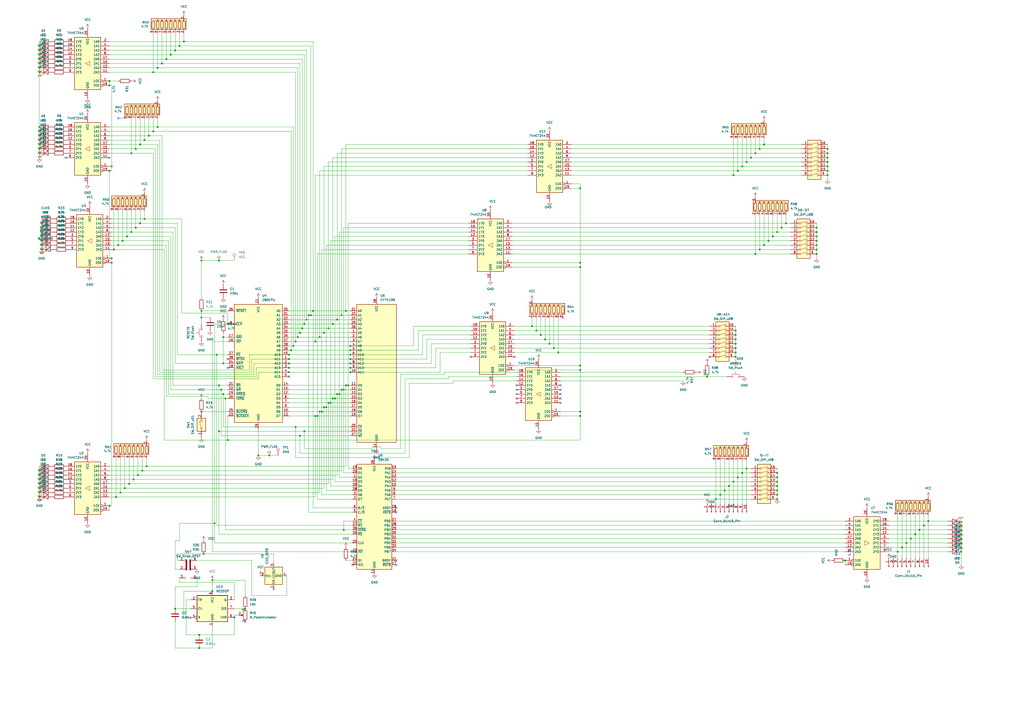
<source format=kicad_sch>
(kicad_sch (version 20250114) (generator "eeschema") (generator_version "9.0")
  (paper "A2")
  (lib_symbols
    (symbol "74xx:74HCT244"
      (property "Reference" "U" (at -7.62 16.51 0))
      (property "Value" "74HCT244" (at -7.62 -16.51 0))
      (symbol "74HCT244_1_0"
        (pin input line (at -12.7 12.7 0) (length 5.08) (name "1A0") (number "2"))
        (pin input line (at -12.7 10.16 0) (length 5.08) (name "1A1") (number "4"))
        (pin input line (at -12.7 7.62 0) (length 5.08) (name "1A2") (number "6"))
        (pin input line (at -12.7 5.08 0) (length 5.08) (name "1A3") (number "8"))
        (pin input line (at -12.7 2.54 0) (length 5.08) (name "2A0") (number "17"))
        (pin input line (at -12.7 0 0) (length 5.08) (name "2A1") (number "15"))
        (pin input line (at -12.7 -2.54 0) (length 5.08) (name "2A2") (number "13"))
        (pin input line (at -12.7 -5.08 0) (length 5.08) (name "2A3") (number "11"))
        (pin input inverted (at -12.7 -10.16 0) (length 5.08) (name "1OE") (number "1"))
        (pin input inverted (at -12.7 -12.7 0) (length 5.08) (name "2OE") (number "19"))
        (pin power_in line (at 0 20.32 270) (length 5.08) (name "VCC") (number "20"))
        (pin power_in line (at 0 -20.32 90) (length 5.08) (name "GND") (number "10"))
        (pin tri_state line (at 12.7 12.7 180) (length 5.08) (name "1Y0") (number "18"))
        (pin tri_state line (at 12.7 10.16 180) (length 5.08) (name "1Y1") (number "16"))
        (pin tri_state line (at 12.7 7.62 180) (length 5.08) (name "1Y2") (number "14"))
        (pin tri_state line (at 12.7 5.08 180) (length 5.08) (name "1Y3") (number "12"))
        (pin tri_state line (at 12.7 2.54 180) (length 5.08) (name "2Y0") (number "3"))
        (pin tri_state line (at 12.7 0 180) (length 5.08) (name "2Y1") (number "5"))
        (pin tri_state line (at 12.7 -2.54 180) (length 5.08) (name "2Y2") (number "7"))
        (pin tri_state line (at 12.7 -5.08 180) (length 5.08) (name "2Y3") (number "9"))
      )
    )
    (symbol "CPU:Z80CPU" (pin_names (offset 1.016))
      (property "Reference" "U" (at -13.97 35.56 0))
      (property "Value" "Z80CPU" (at 6.35 35.56 0))
      (symbol "Z80CPU_1_1"
        (pin input line (at -17.78 30.48 0) (length 3.81) (name "~{RESET}") (number "26"))
        (pin input clock (at -17.78 22.86 0) (length 3.81) (name "~{CLK}") (number "6"))
        (pin input line (at -17.78 15.24 0) (length 3.81) (name "~{NMI}") (number "17"))
        (pin input line (at -17.78 12.7 0) (length 3.81) (name "~{INT}") (number "16"))
        (pin output line (at -17.78 5.08 0) (length 3.81) (name "~{M1}") (number "27"))
        (pin output line (at -17.78 2.54 0) (length 3.81) (name "~{RFSH}") (number "28"))
        (pin input line (at -17.78 0 0) (length 3.81) (name "~{WAIT}") (number "24"))
        (pin output line (at -17.78 -2.54 0) (length 3.81) (name "~{HALT}") (number "18"))
        (pin output line (at -17.78 -12.7 0) (length 3.81) (name "~{RD}") (number "21"))
        (pin output line (at -17.78 -15.24 0) (length 3.81) (name "~{WR}") (number "22"))
        (pin output line (at -17.78 -17.78 0) (length 3.81) (name "~{MREQ}") (number "19"))
        (pin output line (at -17.78 -20.32 0) (length 3.81) (name "~{IORQ}") (number "20"))
        (pin input line (at -17.78 -27.94 0) (length 3.81) (name "~{BUSRQ}") (number "25"))
        (pin output line (at -17.78 -30.48 0) (length 3.81) (name "~{BUSACK}") (number "23"))
        (pin power_in line (at 0 38.1 270) (length 3.81) (name "VCC") (number "11"))
        (pin power_in line (at 0 -38.1 90) (length 3.81) (name "GND") (number "29"))
        (pin output line (at 17.78 30.48 180) (length 3.81) (name "A0") (number "30"))
        (pin output line (at 17.78 27.94 180) (length 3.81) (name "A1") (number "31"))
        (pin output line (at 17.78 25.4 180) (length 3.81) (name "A2") (number "32"))
        (pin output line (at 17.78 22.86 180) (length 3.81) (name "A3") (number "33"))
        (pin output line (at 17.78 20.32 180) (length 3.81) (name "A4") (number "34"))
        (pin output line (at 17.78 17.78 180) (length 3.81) (name "A5") (number "35"))
        (pin output line (at 17.78 15.24 180) (length 3.81) (name "A6") (number "36"))
        (pin output line (at 17.78 12.7 180) (length 3.81) (name "A7") (number "37"))
        (pin output line (at 17.78 10.16 180) (length 3.81) (name "A8") (number "38"))
        (pin output line (at 17.78 7.62 180) (length 3.81) (name "A9") (number "39"))
        (pin output line (at 17.78 5.08 180) (length 3.81) (name "A10") (number "40"))
        (pin output line (at 17.78 2.54 180) (length 3.81) (name "A11") (number "1"))
        (pin output line (at 17.78 0 180) (length 3.81) (name "A12") (number "2"))
        (pin output line (at 17.78 -2.54 180) (length 3.81) (name "A13") (number "3"))
        (pin output line (at 17.78 -5.08 180) (length 3.81) (name "A14") (number "4"))
        (pin output line (at 17.78 -7.62 180) (length 3.81) (name "A15") (number "5"))
        (pin bidirectional line (at 17.78 -12.7 180) (length 3.81) (name "D0") (number "14"))
        (pin bidirectional line (at 17.78 -15.24 180) (length 3.81) (name "D1") (number "15"))
        (pin bidirectional line (at 17.78 -17.78 180) (length 3.81) (name "D2") (number "12"))
        (pin bidirectional line (at 17.78 -20.32 180) (length 3.81) (name "D3") (number "8"))
        (pin bidirectional line (at 17.78 -22.86 180) (length 3.81) (name "D4") (number "7"))
        (pin bidirectional line (at 17.78 -25.4 180) (length 3.81) (name "D5") (number "9"))
        (pin bidirectional line (at 17.78 -27.94 180) (length 3.81) (name "D6") (number "10"))
        (pin bidirectional line (at 17.78 -30.48 180) (length 3.81) (name "D7") (number "13"))
      )
    )
    (symbol "Connector:Conn_01x10_Pin" (pin_names (offset 1.016) (hide yes))
      (property "Reference" "J" (at 0 12.7 0))
      (property "Value" "Conn_01x10_Pin" (at 0 -15.24 0))
      (symbol "Conn_01x10_Pin_1_1"
        (pin passive line (at 5.08 10.16 180) (length 3.81) (name "Pin_1") (number "1"))
        (pin passive line (at 5.08 7.62 180) (length 3.81) (name "Pin_2") (number "2"))
        (pin passive line (at 5.08 5.08 180) (length 3.81) (name "Pin_3") (number "3"))
        (pin passive line (at 5.08 2.54 180) (length 3.81) (name "Pin_4") (number "4"))
        (pin passive line (at 5.08 0 180) (length 3.81) (name "Pin_5") (number "5"))
        (pin passive line (at 5.08 -2.54 180) (length 3.81) (name "Pin_6") (number "6"))
        (pin passive line (at 5.08 -5.08 180) (length 3.81) (name "Pin_7") (number "7"))
        (pin passive line (at 5.08 -7.62 180) (length 3.81) (name "Pin_8") (number "8"))
        (pin passive line (at 5.08 -10.16 180) (length 3.81) (name "Pin_9") (number "9"))
        (pin passive line (at 5.08 -12.7 180) (length 3.81) (name "Pin_10") (number "10"))
      )
    )
    (symbol "Connector:TestPoint" (pin_numbers (hide yes)) (pin_names (offset 0.762) (hide yes))
      (property "Reference" "TP" (at 0 6.858 0))
      (property "Value" "TestPoint" (at 0 5.08 0))
      (symbol "TestPoint_1_1"
        (pin passive line (at 0 0 90) (length 2.54) (name "1") (number "1"))
      )
    )
    (symbol "Device:C" (pin_numbers (hide yes)) (pin_names (offset 0.254))
      (property "Reference" "C" (at 0.635 2.54 0))
      (property "Value" "C" (at 0.635 -2.54 0))
      (symbol "C_1_1"
        (pin passive line (at 0 3.81 270) (length 2.794) (name "~") (number "1"))
        (pin passive line (at 0 -3.81 90) (length 2.794) (name "~") (number "2"))
      )
    )
    (symbol "Device:LED" (pin_numbers (hide yes)) (pin_names (offset 1.016) (hide yes))
      (property "Reference" "D" (at 0 2.54 0))
      (property "Value" "LED" (at 0 -2.54 0))
      (symbol "LED_1_1"
        (pin passive line (at -3.81 0 0) (length 2.54) (name "K") (number "1"))
        (pin passive line (at 3.81 0 180) (length 2.54) (name "A") (number "2"))
      )
    )
    (symbol "Device:R" (pin_numbers (hide yes)) (pin_names (offset 0))
      (property "Reference" "R" (at 2.032 0 90))
      (property "Value" "R" (at 0 0 90))
      (symbol "R_1_1"
        (pin passive line (at 0 3.81 270) (length 1.27) (name "~") (number "1"))
        (pin passive line (at 0 -3.81 90) (length 1.27) (name "~") (number "2"))
      )
    )
    (symbol "Device:R_Network08" (pin_names (offset 0) (hide yes))
      (property "Reference" "RN" (at -12.7 0 90))
      (property "Value" "R_Network08" (at 10.16 0 90))
      (symbol "R_Network08_1_1"
        (pin passive line (at -10.16 5.08 270) (length 2.54) (name "common") (number "1"))
        (pin passive line (at -10.16 -5.08 90) (length 1.27) (name "R1") (number "2"))
        (pin passive line (at -7.62 -5.08 90) (length 1.27) (name "R2") (number "3"))
        (pin passive line (at -5.08 -5.08 90) (length 1.27) (name "R3") (number "4"))
        (pin passive line (at -2.54 -5.08 90) (length 1.27) (name "R4") (number "5"))
        (pin passive line (at 0 -5.08 90) (length 1.27) (name "R5") (number "6"))
        (pin passive line (at 2.54 -5.08 90) (length 1.27) (name "R6") (number "7"))
        (pin passive line (at 5.08 -5.08 90) (length 1.27) (name "R7") (number "8"))
        (pin passive line (at 7.62 -5.08 90) (length 1.27) (name "R8") (number "9"))
      )
    )
    (symbol "Device:R_Potentiometer" (pin_names (offset 1.016) (hide yes))
      (property "Reference" "RV" (at -4.445 0 90))
      (property "Value" "R_Potentiometer" (at -2.54 0 90))
      (symbol "R_Potentiometer_1_1"
        (pin passive line (at 0 3.81 270) (length 1.27) (name "1") (number "1"))
        (pin passive line (at 0 -3.81 90) (length 1.27) (name "3") (number "3"))
        (pin passive line (at 3.81 0 180) (length 1.27) (name "2") (number "2"))
      )
    )
    (symbol "Interface:Z8420"
      (property "Reference" "U2" (at 2.1433 35.56 0))
      (property "Value" "Z8420" (at 2.1433 33.02 0))
      (symbol "Z8420_1_1"
        (pin bidirectional line (at -12.7 27.94 0) (length 2.54) (name "D0") (number "19"))
        (pin bidirectional line (at -12.7 25.4 0) (length 2.54) (name "D1") (number "20"))
        (pin bidirectional line (at -12.7 22.86 0) (length 2.54) (name "D2") (number "1"))
        (pin bidirectional line (at -12.7 20.32 0) (length 2.54) (name "D3") (number "40"))
        (pin bidirectional line (at -12.7 17.78 0) (length 2.54) (name "D4") (number "39"))
        (pin bidirectional line (at -12.7 15.24 0) (length 2.54) (name "D5") (number "38"))
        (pin bidirectional line (at -12.7 12.7 0) (length 2.54) (name "D6") (number "3"))
        (pin bidirectional line (at -12.7 10.16 0) (length 2.54) (name "D7") (number "2"))
        (pin input line (at -12.7 5.08 0) (length 2.54) (name "B/~{A}") (number "6"))
        (pin input line (at -12.7 2.54 0) (length 2.54) (name "C/~{D}") (number "5"))
        (pin input line (at -12.7 -2.54 0) (length 2.54) (name "~{CE}") (number "4"))
        (pin input line (at -12.7 -5.08 0) (length 2.54) (name "~{M1}") (number "37"))
        (pin input line (at -12.7 -7.62 0) (length 2.54) (name "~{IORQ}") (number "36"))
        (pin input line (at -12.7 -10.16 0) (length 2.54) (name "~{RD}") (number "35"))
        (pin input line (at -12.7 -15.24 0) (length 2.54) (name "CLK") (number "25"))
        (pin output line (at -12.7 -20.32 0) (length 2.54) (name "~{INT}") (number "23"))
        (pin input line (at -12.7 -25.4 0) (length 2.54) (name "IEI") (number "24"))
        (pin output line (at -12.7 -27.94 0) (length 2.54) (name "IEO") (number "22"))
        (pin power_in line (at 0 33.02 270) (length 2.54) (name "VCC") (number "26"))
        (pin power_in line (at 0 -33.02 90) (length 2.54) (name "GND") (number "11"))
        (pin bidirectional line (at 12.7 27.94 180) (length 2.54) (name "PA0") (number "15"))
        (pin bidirectional line (at 12.7 25.4 180) (length 2.54) (name "PA1") (number "14"))
        (pin bidirectional line (at 12.7 22.86 180) (length 2.54) (name "PA2") (number "13"))
        (pin bidirectional line (at 12.7 20.32 180) (length 2.54) (name "PA3") (number "12"))
        (pin bidirectional line (at 12.7 17.78 180) (length 2.54) (name "PA4") (number "10"))
        (pin bidirectional line (at 12.7 15.24 180) (length 2.54) (name "PA5") (number "9"))
        (pin bidirectional line (at 12.7 12.7 180) (length 2.54) (name "PA6") (number "8"))
        (pin bidirectional line (at 12.7 10.16 180) (length 2.54) (name "PA7") (number "7"))
        (pin output line (at 12.7 5.08 180) (length 2.54) (name "ARDY") (number "18"))
        (pin input line (at 12.7 2.54 180) (length 2.54) (name "~{ASTB}") (number "16"))
        (pin bidirectional line (at 12.7 -2.54 180) (length 2.54) (name "PB0") (number "27"))
        (pin bidirectional line (at 12.7 -5.08 180) (length 2.54) (name "PB1") (number "28"))
        (pin bidirectional line (at 12.7 -7.62 180) (length 2.54) (name "PB2") (number "29"))
        (pin bidirectional line (at 12.7 -10.16 180) (length 2.54) (name "PB3") (number "30"))
        (pin bidirectional line (at 12.7 -12.7 180) (length 2.54) (name "PB4") (number "31"))
        (pin bidirectional line (at 12.7 -15.24 180) (length 2.54) (name "PB5") (number "32"))
        (pin bidirectional line (at 12.7 -17.78 180) (length 2.54) (name "PB6") (number "33"))
        (pin bidirectional line (at 12.7 -20.32 180) (length 2.54) (name "PB7") (number "34"))
        (pin output line (at 12.7 -25.4 180) (length 2.54) (name "BRDY") (number "21"))
        (pin input line (at 12.7 -27.94 180) (length 2.54) (name "~{BSTB}") (number "17"))
      )
    )
    (symbol "Memory_RAM:CY7C199"
      (property "Reference" "U3" (at 2.1433 31.75 0))
      (property "Value" "CY7C199" (at 2.1433 29.21 0))
      (symbol "CY7C199_0_0"
        (pin power_in line (at 0 30.48 270) (length 3.81) (name "VCC") (number "28"))
        (pin power_in line (at 0 -57.15 90) (length 3.81) (name "GND") (number "14"))
      )
      (symbol "CY7C199_1_1"
        (pin input line (at -15.24 22.86 0) (length 3.81) (name "A0") (number "21"))
        (pin input line (at -15.24 20.32 0) (length 3.81) (name "A1") (number "23"))
        (pin input line (at -15.24 17.78 0) (length 3.81) (name "A2") (number "24"))
        (pin input line (at -15.24 15.24 0) (length 3.81) (name "A3") (number "25"))
        (pin input line (at -15.24 12.7 0) (length 3.81) (name "A4") (number "26"))
        (pin input line (at -15.24 10.16 0) (length 3.81) (name "A5") (number "1"))
        (pin input line (at -15.24 7.62 0) (length 3.81) (name "A6") (number "2"))
        (pin input line (at -15.24 5.08 0) (length 3.81) (name "A7") (number "3"))
        (pin input line (at -15.24 2.54 0) (length 3.81) (name "A8") (number "4"))
        (pin input line (at -15.24 0 0) (length 3.81) (name "A9") (number "5"))
        (pin input line (at -15.24 -2.54 0) (length 3.81) (name "A10") (number "6"))
        (pin input line (at -15.24 -5.08 0) (length 3.81) (name "A11") (number "7"))
        (pin input line (at -15.24 -7.62 0) (length 3.81) (name "A12") (number "8"))
        (pin input line (at -15.24 -10.16 0) (length 3.81) (name "A13") (number "9"))
        (pin input line (at -15.24 -12.7 0) (length 3.81) (name "A14") (number "10"))
        (pin tri_state line (at -15.24 -20.32 0) (length 3.81) (name "D0") (number "11"))
        (pin tri_state line (at -15.24 -22.86 0) (length 3.81) (name "D1") (number "12"))
        (pin tri_state line (at -15.24 -25.4 0) (length 3.81) (name "D2") (number "13"))
        (pin tri_state line (at -15.24 -27.94 0) (length 3.81) (name "D3") (number "15"))
        (pin tri_state line (at -15.24 -30.48 0) (length 3.81) (name "D4") (number "16"))
        (pin tri_state line (at -15.24 -33.02 0) (length 3.81) (name "D5") (number "17"))
        (pin tri_state line (at -15.24 -35.56 0) (length 3.81) (name "D6") (number "18"))
        (pin tri_state line (at -15.24 -38.1 0) (length 3.81) (name "D7") (number "19"))
        (pin input line (at -15.24 -44.45 0) (length 3.81) (name "~{CE}") (number "20"))
        (pin input line (at -15.24 -46.99 0) (length 3.81) (name "~{OE}") (number "22"))
        (pin input line (at -15.24 -49.53 0) (length 3.81) (name "~{WE}") (number "27"))
      )
    )
    (symbol "Oscillator:CXO_DIP8" (pin_names (offset 0.254))
      (property "Reference" "Y" (at -5.08 6.35 0))
      (property "Value" "CXO_DIP8" (at 1.27 -6.35 0))
      (symbol "CXO_DIP8_1_1"
        (pin input line (at -7.62 0 0) (length 2.54) (name "EN") (number "1"))
        (pin power_in line (at 0 7.62 270) (length 2.54) (name "Vcc") (number "8"))
        (pin power_in line (at 0 -7.62 90) (length 2.54) (name "GND") (number "4"))
        (pin output line (at 7.62 0 180) (length 2.54) (name "OUT") (number "5"))
      )
    )
    (symbol "Switch:SW_DIP_x01" (pin_names (offset 0) (hide yes))
      (property "Reference" "SW" (at 0 3.81 0))
      (property "Value" "SW_DIP_x01" (at 0 -3.81 0))
      (symbol "SW_DIP_x01_1_1"
        (pin passive line (at -7.62 0 0) (length 5.08) (name "~") (number "1"))
        (pin passive line (at 7.62 0 180) (length 5.08) (name "~") (number "2"))
      )
    )
    (symbol "Switch:SW_DIP_x08" (pin_names (offset 0) (hide yes))
      (property "Reference" "SW" (at 0 13.97 0))
      (property "Value" "SW_DIP_x08" (at 0 -11.43 0))
      (symbol "SW_DIP_x08_1_1"
        (pin passive line (at -7.62 10.16 0) (length 5.08) (name "~") (number "1"))
        (pin passive line (at -7.62 7.62 0) (length 5.08) (name "~") (number "2"))
        (pin passive line (at -7.62 5.08 0) (length 5.08) (name "~") (number "3"))
        (pin passive line (at -7.62 2.54 0) (length 5.08) (name "~") (number "4"))
        (pin passive line (at -7.62 0 0) (length 5.08) (name "~") (number "5"))
        (pin passive line (at -7.62 -2.54 0) (length 5.08) (name "~") (number "6"))
        (pin passive line (at -7.62 -5.08 0) (length 5.08) (name "~") (number "7"))
        (pin passive line (at -7.62 -7.62 0) (length 5.08) (name "~") (number "8"))
        (pin passive line (at 7.62 10.16 180) (length 5.08) (name "~") (number "16"))
        (pin passive line (at 7.62 7.62 180) (length 5.08) (name "~") (number "15"))
        (pin passive line (at 7.62 5.08 180) (length 5.08) (name "~") (number "14"))
        (pin passive line (at 7.62 2.54 180) (length 5.08) (name "~") (number "13"))
        (pin passive line (at 7.62 0 180) (length 5.08) (name "~") (number "12"))
        (pin passive line (at 7.62 -2.54 180) (length 5.08) (name "~") (number "11"))
        (pin passive line (at 7.62 -5.08 180) (length 5.08) (name "~") (number "10"))
        (pin passive line (at 7.62 -7.62 180) (length 5.08) (name "~") (number "9"))
      )
    )
    (symbol "Switch:SW_Push" (pin_numbers (hide yes)) (pin_names (offset 1.016) (hide yes))
      (property "Reference" "SW" (at 1.27 2.54 0))
      (property "Value" "SW_Push" (at 0 -1.524 0))
      (symbol "SW_Push_0_1"
        (pin passive line (at -5.08 0 0) (length 2.54) (name "1") (number "1"))
        (pin passive line (at 5.08 0 180) (length 2.54) (name "2") (number "2"))
      )
    )
    (symbol "Switch:SW_Slide_DPDT" (pin_names (offset 0) (hide yes))
      (property "Reference" "SW" (at 0 6.858 0))
      (property "Value" "SW_Slide_DPDT" (at 0 -8.128 0))
      (symbol "SW_Slide_DPDT_1_1"
        (pin passive line (at -5.08 5.08 0) (length 2.54) (name "A") (number "1"))
        (pin passive line (at -5.08 0 0) (length 2.54) (name "B") (number "2"))
        (pin passive line (at -5.08 -5.08 0) (length 2.54) (name "C") (number "3"))
        (pin passive line (at 5.08 5.08 180) (length 2.54) (name "C") (number "6"))
        (pin passive line (at 5.08 0 180) (length 2.54) (name "B") (number "5"))
        (pin passive line (at 5.08 -5.08 180) (length 2.54) (name "A") (number "4"))
      )
    )
    (symbol "Timer:NE555P"
      (property "Reference" "U" (at -10.16 8.89 0))
      (property "Value" "NE555P" (at 2.54 8.89 0))
      (symbol "NE555P_0_0"
        (pin power_in line (at 0 10.16 270) (length 2.54) (name "VCC") (number "8"))
        (pin power_in line (at 0 -10.16 90) (length 2.54) (name "GND") (number "1"))
      )
      (symbol "NE555P_1_1"
        (pin input line (at -12.7 5.08 0) (length 3.81) (name "TR") (number "2"))
        (pin input line (at -12.7 0 0) (length 3.81) (name "CV") (number "5"))
        (pin input inverted (at -12.7 -5.08 0) (length 3.81) (name "R") (number "4"))
        (pin output line (at 12.7 5.08 180) (length 3.81) (name "Q") (number "3"))
        (pin input line (at 12.7 0 180) (length 3.81) (name "DIS") (number "7"))
        (pin input line (at 12.7 -5.08 180) (length 3.81) (name "THR") (number "6"))
      )
    )
    (symbol "power:GND" (power) (pin_numbers (hide yes)) (pin_names (offset 0) (hide yes))
      (property "Value" "GND" (at 0 -3.81 0))
      (symbol "GND_1_1"
        (pin power_in line (at 0 0 270) (length 0) (name "~") (number "1"))
      )
    )
    (symbol "power:PWR_FLAG" (power) (pin_numbers (hide yes)) (pin_names (offset 0) (hide yes))
      (property "Value" "PWR_FLAG" (at 0 3.81 0))
      (symbol "PWR_FLAG_0_0"
        (pin power_out line (at 0 0 90) (length 0) (name "~") (number "1"))
      )
    )
    (symbol "power:VCC" (power) (pin_numbers (hide yes)) (pin_names (offset 0) (hide yes))
      (property "Value" "VCC" (at 0 3.556 0))
      (symbol "VCC_1_1"
        (pin power_in line (at 0 0 90) (length 0) (name "~") (number "1"))
      )
    )
  )
  (junction (at 557.53 309.88))
  (junction (at 91.44 39.37))
  (junction (at 24.13 134.62))
  (junction (at 194.31 231.14))
  (junction (at 480.06 91.44))
  (junction (at 195.58 185.42))
  (junction (at 473.71 137.16))
  (junction (at 450.85 274.32))
  (junction (at 473.71 132.08))
  (junction (at 176.53 187.96))
  (junction (at 528.32 312.42))
  (junction (at 433.07 93.98))
  (junction (at 22.86 273.05))
  (junction (at 173.99 193.04))
  (junction (at 124.46 303.53))
  (junction (at 182.88 198.12))
  (junction (at 557.53 317.5))
  (junction (at 538.48 302.26))
  (junction (at 187.96 193.04))
  (junction (at 557.53 312.42))
  (junction (at 88.9 76.2))
  (junction (at 311.15 191.77))
  (junction (at 125.73 205.74))
  (junction (at 64.77 149.86))
  (junction (at 22.86 34.29))
  (junction (at 63.5 293.37))
  (junction (at 22.86 73.66))
  (junction (at 22.86 278.13))
  (junction (at 24.13 139.7))
  (junction (at 115.57 368.3))
  (junction (at 448.31 137.16))
  (junction (at 473.71 139.7))
  (junction (at 203.2 210.82))
  (junction (at 127 250.19))
  (junction (at 171.45 198.12))
  (junction (at 525.78 314.96))
  (junction (at 323.85 204.47))
  (junction (at 129.54 228.6))
  (junction (at 438.15 88.9))
  (junction (at 24.13 132.08))
  (junction (at 123.19 342.9))
  (junction (at 533.4 307.34))
  (junction (at 189.23 236.22))
  (junction (at 199.39 307.34))
  (junction (at 473.71 134.62))
  (junction (at 417.83 287.02))
  (junction (at 203.2 200.66))
  (junction (at 480.06 99.06))
  (junction (at 200.66 180.34))
  (junction (at 557.53 314.96))
  (junction (at 86.36 78.74))
  (junction (at 116.84 151.13))
  (junction (at 22.86 86.36))
  (junction (at 450.85 289.56))
  (junction (at 22.86 78.74))
  (junction (at 535.94 304.8))
  (junction (at 130.81 231.14))
  (junction (at 177.8 185.42))
  (junction (at 132.08 255.27))
  (junction (at 316.23 196.85))
  (junction (at 201.93 223.52))
  (junction (at 426.72 191.77))
  (junction (at 24.13 129.54))
  (junction (at 557.53 307.34))
  (junction (at 129.54 195.58))
  (junction (at 184.15 241.3))
  (junction (at 445.77 139.7))
  (junction (at 426.72 196.85))
  (junction (at 135.89 358.14))
  (junction (at 453.39 132.08))
  (junction (at 473.71 147.32))
  (junction (at 450.85 279.4))
  (junction (at 336.55 152.4))
  (junction (at 101.6 29.21))
  (junction (at 67.31 288.29))
  (junction (at 24.13 144.78))
  (junction (at 193.04 187.96))
  (junction (at 450.85 134.62))
  (junction (at 203.2 208.28))
  (junction (at 22.86 280.67))
  (junction (at 190.5 190.5))
  (junction (at 22.86 288.29))
  (junction (at 82.55 273.05))
  (junction (at 438.15 147.32))
  (junction (at 116.84 180.34))
  (junction (at 93.98 36.83))
  (junction (at 167.64 205.74))
  (junction (at 480.06 93.98))
  (junction (at 77.47 278.13))
  (junction (at 22.86 31.75))
  (junction (at 22.86 39.37))
  (junction (at 63.5 49.53))
  (junction (at 186.69 238.76))
  (junction (at 173.99 252.73))
  (junction (at 430.53 274.32))
  (junction (at 69.85 285.75))
  (junction (at 168.91 203.2))
  (junction (at 480.06 86.36))
  (junction (at 203.2 205.74))
  (junction (at 450.85 276.86))
  (junction (at 190.5 233.68))
  (junction (at 203.2 203.2))
  (junction (at 118.11 321.31))
  (junction (at 308.61 189.23))
  (junction (at 450.85 281.94))
  (junction (at 22.86 36.83))
  (junction (at 440.69 86.36))
  (junction (at 156.21 264.16))
  (junction (at 81.28 129.54))
  (junction (at 433.07 271.78))
  (junction (at 22.86 76.2))
  (junction (at 22.86 88.9))
  (junction (at 22.86 283.21))
  (junction (at 198.12 226.06))
  (junction (at 22.86 83.82))
  (junction (at 473.71 144.78))
  (junction (at 22.86 275.59))
  (junction (at 443.23 83.82))
  (junction (at 185.42 195.58))
  (junction (at 557.53 320.04))
  (junction (at 336.55 109.22))
  (junction (at 200.66 223.52))
  (junction (at 22.86 29.21))
  (junction (at 132.08 187.96))
  (junction (at 128.27 226.06))
  (junction (at 336.55 154.94))
  (junction (at 71.12 139.7))
  (junction (at 172.72 195.58))
  (junction (at 176.53 250.19))
  (junction (at 410.21 218.44))
  (junction (at 72.39 283.21))
  (junction (at 179.07 182.88))
  (junction (at 76.2 88.9))
  (junction (at 435.61 91.44))
  (junction (at 170.18 200.66))
  (junction (at 480.06 88.9))
  (junction (at 101.6 353.06))
  (junction (at 96.52 34.29))
  (junction (at 167.64 210.82))
  (junction (at 318.77 199.39))
  (junction (at 78.74 132.08))
  (junction (at 24.13 137.16))
  (junction (at 450.85 287.02))
  (junction (at 80.01 275.59))
  (junction (at 193.04 231.14))
  (junction (at 78.74 86.36))
  (junction (at 88.9 41.91))
  (junction (at 426.72 194.31))
  (junction (at 167.64 213.36))
  (junction (at 171.45 247.65))
  (junction (at 530.86 309.88))
  (junction (at 64.77 152.4))
  (junction (at 73.66 137.16))
  (junction (at 473.71 142.24))
  (junction (at 420.37 284.48))
  (junction (at 167.64 208.28))
  (junction (at 63.5 99.06))
  (junction (at 426.72 199.39))
  (junction (at 182.88 241.3))
  (junction (at 187.96 236.22))
  (junction (at 426.72 201.93))
  (junction (at 523.24 317.5))
  (junction (at 422.91 281.94))
  (junction (at 24.13 142.24))
  (junction (at 199.39 226.06))
  (junction (at 99.06 31.75))
  (junction (at 129.54 210.82))
  (junction (at 91.44 73.66))
  (junction (at 557.53 304.8))
  (junction (at 81.28 83.82))
  (junction (at 76.2 134.62))
  (junction (at 22.86 81.28))
  (junction (at 426.72 204.47))
  (junction (at 480.06 96.52))
  (junction (at 203.2 213.36))
  (junction (at 22.86 26.67))
  (junction (at 321.31 201.93))
  (junction (at 336.55 212.09))
  (junction (at 22.86 41.91))
  (junction (at 167.64 215.9))
  (junction (at 203.2 215.9))
  (junction (at 198.12 182.88))
  (junction (at 336.55 241.3))
  (junction (at 66.04 144.78))
  (junction (at 427.99 99.06))
  (junction (at 480.06 101.6))
  (junction (at 313.69 194.31))
  (junction (at 22.86 285.75))
  (junction (at 425.45 101.6))
  (junction (at 74.93 280.67))
  (junction (at 455.93 129.54))
  (junction (at 426.72 207.01))
  (junction (at 116.84 184.15))
  (junction (at 106.68 24.13))
  (junction (at 149.86 264.16))
  (junction (at 185.42 238.76))
  (junction (at 336.55 238.76))
  (junction (at 490.22 325.12))
  (junction (at 127 223.52))
  (junction (at 425.45 279.4))
  (junction (at 123.19 336.55))
  (junction (at 180.34 182.88))
  (junction (at 68.58 142.24))
  (junction (at 181.61 180.34))
  (junction (at 196.85 228.6))
  (junction (at 104.14 26.67))
  (junction (at 427.99 276.86))
  (junction (at 336.55 214.63))
  (junction (at 83.82 81.28))
  (junction (at 115.57 375.92))
  (junction (at 415.29 289.56))
  (junction (at 440.69 144.78))
  (junction (at 450.85 284.48))
  (junction (at 64.77 96.52))
  (junction (at 83.82 127))
  (junction (at 127 151.13))
  (junction (at 175.26 190.5))
  (junction (at 116.84 238.76))
  (junction (at 430.53 96.52))
  (junction (at 191.77 233.68))
  (junction (at 520.7 320.04))
  (junction (at 85.09 270.51))
  (junction (at 195.58 228.6))
  (junction (at 142.24 353.06))
  (junction (at 443.23 142.24))
  (junction (at 63.5 46.99))
  (no_connect (at 38.1 91.44))
  (no_connect (at 273.05 207.01))
  (no_connect (at 325.12 233.68))
  (no_connect (at 204.47 327.66))
  (no_connect (at 158.75 341.63))
  (no_connect (at 167.64 218.44))
  (no_connect (at 299.72 231.14))
  (no_connect (at 299.72 233.68))
  (no_connect (at 68.58 68.58))
  (no_connect (at 142.24 360.68))
  (no_connect (at 411.48 207.01))
  (no_connect (at 299.72 223.52))
  (no_connect (at 299.72 228.6))
  (no_connect (at 229.87 325.12))
  (no_connect (at 299.72 226.06))
  (no_connect (at 298.45 207.01))
  (no_connect (at 132.08 208.28))
  (no_connect (at 63.5 91.44))
  (no_connect (at 229.87 294.64))
  (no_connect (at 326.39 184.15))
  (no_connect (at 132.08 213.36))
  (no_connect (at 325.12 226.06))
  (no_connect (at 229.87 297.18))
  (no_connect (at 325.12 231.14))
  (no_connect (at 325.12 223.52))
  (no_connect (at 229.87 327.66))
  (no_connect (at 325.12 228.6))
  (wire (pts (xy 430.53 274.32) (xy 430.53 292.1)))
  (wire (pts (xy 240.03 200.66) (xy 240.03 189.23)))
  (wire (pts (xy 105.41 127) (xy 83.82 127)))
  (wire (pts (xy 525.78 298.45) (xy 525.78 314.96)))
  (wire (pts (xy 438.15 147.32) (xy 458.47 147.32)))
  (wire (pts (xy 297.18 147.32) (xy 438.15 147.32)))
  (wire (pts (xy 199.39 226.06) (xy 203.2 226.06)))
  (wire (pts (xy 204.47 320.04) (xy 123.19 320.04)))
  (wire (pts (xy 167.64 215.9) (xy 203.2 215.9)))
  (wire (pts (xy 185.42 99.06) (xy 306.07 99.06)))
  (wire (pts (xy 83.82 121.92) (xy 83.82 127)))
  (wire (pts (xy 203.2 205.74) (xy 245.11 205.74)))
  (wire (pts (xy 325.12 218.44) (xy 410.21 218.44)))
  (wire (pts (xy 125.73 205.74) (xy 132.08 205.74)))
  (wire (pts (xy 186.69 238.76) (xy 203.2 238.76)))
  (wire (pts (xy 88.9 68.58) (xy 88.9 76.2)))
  (wire (pts (xy 443.23 80.01) (xy 443.23 83.82)))
  (wire (pts (xy 535.94 304.8) (xy 549.91 304.8)))
  (wire (pts (xy 167.64 223.52) (xy 200.66 223.52)))
  (wire (pts (xy 247.65 196.85) (xy 273.05 196.85)))
  (wire (pts (xy 106.68 358.14) (xy 106.68 342.9)))
  (wire (pts (xy 425.45 279.4) (xy 425.45 292.1)))
  (wire (pts (xy 76.2 121.92) (xy 76.2 134.62)))
  (wire (pts (xy 80.01 265.43) (xy 80.01 275.59)))
  (wire (pts (xy 193.04 187.96) (xy 203.2 187.96)))
  (wire (pts (xy 195.58 228.6) (xy 195.58 275.59)))
  (wire (pts (xy 229.87 276.86) (xy 427.99 276.86)))
  (wire (pts (xy 135.89 356.87) (xy 135.89 358.14)))
  (wire (pts (xy 331.47 96.52) (xy 430.53 96.52)))
  (wire (pts (xy 229.87 289.56) (xy 415.29 289.56)))
  (wire (pts (xy 24.13 137.16) (xy 24.13 139.7)))
  (wire (pts (xy 149.86 248.92) (xy 149.86 264.16)))
  (wire (pts (xy 101.6 132.08) (xy 101.6 210.82)))
  (wire (pts (xy 101.6 353.06) (xy 101.6 340.36)))
  (wire (pts (xy 194.31 231.14) (xy 203.2 231.14)))
  (wire (pts (xy 422.91 281.94) (xy 435.61 281.94)))
  (wire (pts (xy 200.66 83.82) (xy 200.66 180.34)))
  (wire (pts (xy 167.64 238.76) (xy 185.42 238.76)))
  (wire (pts (xy 69.85 265.43) (xy 69.85 285.75)))
  (wire (pts (xy 229.87 312.42) (xy 490.22 312.42)))
  (wire (pts (xy 420.37 266.7) (xy 420.37 284.48)))
  (wire (pts (xy 204.47 307.34) (xy 199.39 307.34)))
  (wire (pts (xy 528.32 298.45) (xy 528.32 312.42)))
  (wire (pts (xy 63.5 73.66) (xy 91.44 73.66)))
  (wire (pts (xy 480.06 86.36) (xy 480.06 88.9)))
  (wire (pts (xy 427.99 266.7) (xy 427.99 276.86)))
  (wire (pts (xy 193.04 278.13) (xy 193.04 231.14)))
  (wire (pts (xy 427.99 99.06) (xy 464.82 99.06)))
  (wire (pts (xy 72.39 265.43) (xy 72.39 283.21)))
  (wire (pts (xy 135.89 337.82) (xy 104.14 337.82)))
  (wire (pts (xy 167.64 210.82) (xy 203.2 210.82)))
  (wire (pts (xy 189.23 236.22) (xy 189.23 284.48)))
  (wire (pts (xy 318.77 199.39) (xy 411.48 199.39)))
  (wire (pts (xy 229.87 309.88) (xy 490.22 309.88)))
  (wire (pts (xy 110.49 358.14) (xy 106.68 358.14)))
  (wire (pts (xy 167.64 193.04) (xy 173.99 193.04)))
  (wire (pts (xy 181.61 294.64) (xy 181.61 180.34)))
  (wire (pts (xy 85.09 265.43) (xy 85.09 270.51)))
  (wire (pts (xy 426.72 204.47) (xy 426.72 207.01)))
  (wire (pts (xy 81.28 129.54) (xy 102.87 129.54)))
  (wire (pts (xy 313.69 184.15) (xy 313.69 194.31)))
  (wire (pts (xy 106.68 342.9) (xy 123.19 342.9)))
  (wire (pts (xy 63.5 273.05) (xy 82.55 273.05)))
  (wire (pts (xy 234.95 219.71) (xy 260.35 219.71)))
  (wire (pts (xy 167.64 241.3) (xy 182.88 241.3)))
  (wire (pts (xy 176.53 260.35) (xy 215.9 260.35)))
  (wire (pts (xy 132.08 255.27) (xy 336.55 255.27)))
  (wire (pts (xy 101.6 360.68) (xy 101.6 375.92)))
  (wire (pts (xy 129.54 228.6) (xy 132.08 228.6)))
  (wire (pts (xy 515.62 320.04) (xy 520.7 320.04)))
  (wire (pts (xy 557.53 317.5) (xy 557.53 320.04)))
  (wire (pts (xy 308.61 184.15) (xy 308.61 189.23)))
  (wire (pts (xy 63.5 88.9) (xy 76.2 88.9)))
  (wire (pts (xy 86.36 68.58) (xy 86.36 78.74)))
  (wire (pts (xy 450.85 276.86) (xy 450.85 279.4)))
  (wire (pts (xy 127 223.52) (xy 127 250.19)))
  (wire (pts (xy 114.3 325.12) (xy 146.05 325.12)))
  (wire (pts (xy 220.98 259.08) (xy 220.98 260.35)))
  (wire (pts (xy 167.64 190.5) (xy 175.26 190.5)))
  (wire (pts (xy 528.32 312.42) (xy 549.91 312.42)))
  (wire (pts (xy 271.78 137.16) (xy 194.31 137.16)))
  (wire (pts (xy 186.69 144.78) (xy 186.69 238.76)))
  (wire (pts (xy 73.66 137.16) (xy 99.06 137.16)))
  (wire (pts (xy 22.86 78.74) (xy 22.86 81.28)))
  (wire (pts (xy 182.88 101.6) (xy 182.88 198.12)))
  (wire (pts (xy 91.44 39.37) (xy 63.5 39.37)))
  (wire (pts (xy 533.4 307.34) (xy 549.91 307.34)))
  (wire (pts (xy 22.86 275.59) (xy 22.86 278.13)))
  (wire (pts (xy 450.85 134.62) (xy 458.47 134.62)))
  (wire (pts (xy 195.58 228.6) (xy 196.85 228.6)))
  (wire (pts (xy 129.54 210.82) (xy 132.08 210.82)))
  (wire (pts (xy 415.29 289.56) (xy 435.61 289.56)))
  (wire (pts (xy 64.77 293.37) (xy 63.5 293.37)))
  (wire (pts (xy 172.72 195.58) (xy 172.72 39.37)))
  (wire (pts (xy 147.32 217.17) (xy 147.32 210.82)))
  (wire (pts (xy 78.74 121.92) (xy 78.74 132.08)))
  (wire (pts (xy 167.64 213.36) (xy 148.59 213.36)))
  (wire (pts (xy 260.35 219.71) (xy 260.35 218.44)))
  (wire (pts (xy 448.31 124.46) (xy 448.31 137.16)))
  (wire (pts (xy 116.84 151.13) (xy 116.84 172.72)))
  (wire (pts (xy 170.18 200.66) (xy 203.2 200.66)))
  (wire (pts (xy 198.12 182.88) (xy 203.2 182.88)))
  (wire (pts (xy 336.55 212.09) (xy 336.55 214.63)))
  (wire (pts (xy 422.91 266.7) (xy 422.91 281.94)))
  (wire (pts (xy 311.15 191.77) (xy 411.48 191.77)))
  (wire (pts (xy 167.64 236.22) (xy 187.96 236.22)))
  (wire (pts (xy 331.47 83.82) (xy 443.23 83.82)))
  (wire (pts (xy 196.85 228.6) (xy 196.85 276.86)))
  (wire (pts (xy 232.41 217.17) (xy 257.81 217.17)))
  (wire (pts (xy 199.39 226.06) (xy 199.39 274.32)))
  (wire (pts (xy 299.72 215.9) (xy 257.81 215.9)))
  (wire (pts (xy 450.85 284.48) (xy 450.85 287.02)))
  (wire (pts (xy 480.06 96.52) (xy 480.06 99.06)))
  (wire (pts (xy 194.31 137.16) (xy 194.31 231.14)))
  (wire (pts (xy 167.64 203.2) (xy 168.91 203.2)))
  (wire (pts (xy 186.69 238.76) (xy 186.69 287.02)))
  (wire (pts (xy 204.47 279.4) (xy 194.31 279.4)))
  (wire (pts (xy 142.24 336.55) (xy 142.24 345.44)))
  (wire (pts (xy 250.19 210.82) (xy 203.2 210.82)))
  (wire (pts (xy 535.94 304.8) (xy 535.94 323.85)))
  (wire (pts (xy 201.93 223.52) (xy 203.2 223.52)))
  (wire (pts (xy 195.58 275.59) (xy 80.01 275.59)))
  (wire (pts (xy 63.5 26.67) (xy 104.14 26.67)))
  (wire (pts (xy 336.55 106.68) (xy 336.55 109.22)))
  (wire (pts (xy 297.18 139.7) (xy 445.77 139.7)))
  (wire (pts (xy 450.85 271.78) (xy 450.85 274.32)))
  (wire (pts (xy 325.12 241.3) (xy 336.55 241.3)))
  (wire (pts (xy 257.81 215.9) (xy 257.81 217.17)))
  (wire (pts (xy 76.2 68.58) (xy 76.2 88.9)))
  (wire (pts (xy 184.15 241.3) (xy 203.2 241.3)))
  (wire (pts (xy 93.98 36.83) (xy 173.99 36.83)))
  (wire (pts (xy 88.9 76.2) (xy 63.5 76.2)))
  (wire (pts (xy 167.64 226.06) (xy 198.12 226.06)))
  (wire (pts (xy 97.79 228.6) (xy 97.79 139.7)))
  (wire (pts (xy 104.14 313.69) (xy 104.14 303.53)))
  (wire (pts (xy 190.5 280.67) (xy 74.93 280.67)))
  (wire (pts (xy 190.5 190.5) (xy 203.2 190.5)))
  (wire (pts (xy 149.86 264.16) (xy 156.21 264.16)))
  (wire (pts (xy 538.48 298.45) (xy 538.48 302.26)))
  (wire (pts (xy 273.05 199.39) (xy 250.19 199.39)))
  (wire (pts (xy 88.9 88.9) (xy 88.9 219.71)))
  (wire (pts (xy 245.11 194.31) (xy 245.11 205.74)))
  (wire (pts (xy 104.14 303.53) (xy 124.46 303.53)))
  (wire (pts (xy 91.44 19.05) (xy 91.44 39.37)))
  (wire (pts (xy 22.86 86.36) (xy 22.86 88.9)))
  (wire (pts (xy 146.05 215.9) (xy 92.71 215.9)))
  (wire (pts (xy 167.64 185.42) (xy 177.8 185.42)))
  (wire (pts (xy 118.11 321.31) (xy 102.87 321.31)))
  (wire (pts (xy 523.24 317.5) (xy 549.91 317.5)))
  (wire (pts (xy 331.47 88.9) (xy 438.15 88.9)))
  (wire (pts (xy 22.86 31.75) (xy 22.86 34.29)))
  (wire (pts (xy 171.45 247.65) (xy 171.45 265.43)))
  (wire (pts (xy 426.72 194.31) (xy 426.72 196.85)))
  (wire (pts (xy 100.33 134.62) (xy 76.2 134.62)))
  (wire (pts (xy 185.42 99.06) (xy 185.42 195.58)))
  (wire (pts (xy 298.45 204.47) (xy 323.85 204.47)))
  (wire (pts (xy 298.45 212.09) (xy 336.55 212.09)))
  (wire (pts (xy 81.28 83.82) (xy 91.44 83.82)))
  (wire (pts (xy 297.18 132.08) (xy 453.39 132.08)))
  (wire (pts (xy 515.62 312.42) (xy 528.32 312.42)))
  (wire (pts (xy 93.98 19.05) (xy 93.98 36.83)))
  (wire (pts (xy 490.22 325.12) (xy 490.22 327.66)))
  (wire (pts (xy 336.55 241.3) (xy 336.55 255.27)))
  (wire (pts (xy 91.44 68.58) (xy 91.44 73.66)))
  (wire (pts (xy 189.23 142.24) (xy 189.23 236.22)))
  (wire (pts (xy 148.59 213.36) (xy 148.59 218.44)))
  (wire (pts (xy 433.07 266.7) (xy 433.07 271.78)))
  (wire (pts (xy 426.72 189.23) (xy 426.72 191.77)))
  (wire (pts (xy 123.19 198.12) (xy 132.08 198.12)))
  (wire (pts (xy 144.78 205.74) (xy 167.64 205.74)))
  (wire (pts (xy 538.48 302.26) (xy 538.48 323.85)))
  (wire (pts (xy 22.86 270.51) (xy 22.86 273.05)))
  (wire (pts (xy 229.87 281.94) (xy 422.91 281.94)))
  (wire (pts (xy 440.69 86.36) (xy 464.82 86.36)))
  (wire (pts (xy 167.64 205.74) (xy 203.2 205.74)))
  (wire (pts (xy 425.45 80.01) (xy 425.45 101.6)))
  (wire (pts (xy 308.61 189.23) (xy 411.48 189.23)))
  (wire (pts (xy 22.86 278.13) (xy 22.86 280.67)))
  (wire (pts (xy 95.25 255.27) (xy 132.08 255.27)))
  (wire (pts (xy 96.52 142.24) (xy 96.52 229.87)))
  (wire (pts (xy 440.69 144.78) (xy 458.47 144.78)))
  (wire (pts (xy 321.31 184.15) (xy 321.31 201.93)))
  (wire (pts (xy 298.45 194.31) (xy 313.69 194.31)))
  (wire (pts (xy 22.86 24.13) (xy 22.86 26.67)))
  (wire (pts (xy 104.14 330.2) (xy 101.6 330.2)))
  (wire (pts (xy 106.68 19.05) (xy 106.68 24.13)))
  (wire (pts (xy 252.73 213.36) (xy 252.73 201.93)))
  (wire (pts (xy 181.61 24.13) (xy 106.68 24.13)))
  (wire (pts (xy 422.91 281.94) (xy 422.91 292.1)))
  (wire (pts (xy 520.7 320.04) (xy 520.7 323.85)))
  (wire (pts (xy 68.58 68.58) (xy 73.66 68.58)))
  (wire (pts (xy 420.37 284.48) (xy 420.37 292.1)))
  (wire (pts (xy 425.45 266.7) (xy 425.45 279.4)))
  (wire (pts (xy 306.07 91.44) (xy 193.04 91.44)))
  (wire (pts (xy 101.6 313.69) (xy 104.14 313.69)))
  (wire (pts (xy 144.78 214.63) (xy 144.78 205.74)))
  (wire (pts (xy 298.45 199.39) (xy 318.77 199.39)))
  (wire (pts (xy 535.94 298.45) (xy 535.94 304.8)))
  (wire (pts (xy 130.81 231.14) (xy 132.08 231.14)))
  (wire (pts (xy 427.99 80.01) (xy 427.99 99.06)))
  (wire (pts (xy 81.28 68.58) (xy 81.28 83.82)))
  (wire (pts (xy 63.5 99.06) (xy 63.5 149.86)))
  (wire (pts (xy 515.62 317.5) (xy 523.24 317.5)))
  (wire (pts (xy 237.49 222.25) (xy 262.89 222.25)))
  (wire (pts (xy 24.13 134.62) (xy 24.13 137.16)))
  (wire (pts (xy 201.93 223.52) (xy 201.93 271.78)))
  (wire (pts (xy 185.42 285.75) (xy 69.85 285.75)))
  (wire (pts (xy 176.53 31.75) (xy 176.53 187.96)))
  (wire (pts (xy 533.4 307.34) (xy 533.4 323.85)))
  (wire (pts (xy 450.85 279.4) (xy 450.85 281.94)))
  (wire (pts (xy 260.35 218.44) (xy 299.72 218.44)))
  (wire (pts (xy 190.5 233.68) (xy 190.5 280.67)))
  (wire (pts (xy 63.5 29.21) (xy 101.6 29.21)))
  (wire (pts (xy 170.18 73.66) (xy 170.18 200.66)))
  (wire (pts (xy 83.82 68.58) (xy 83.82 81.28)))
  (wire (pts (xy 88.9 76.2) (xy 168.91 76.2)))
  (wire (pts (xy 273.05 204.47) (xy 255.27 204.47)))
  (wire (pts (xy 215.9 260.35) (xy 215.9 259.08)))
  (wire (pts (xy 100.33 223.52) (xy 100.33 134.62)))
  (wire (pts (xy 271.78 139.7) (xy 191.77 139.7)))
  (wire (pts (xy 66.04 121.92) (xy 66.04 144.78)))
  (wire (pts (xy 229.87 302.26) (xy 490.22 302.26)))
  (wire (pts (xy 204.47 284.48) (xy 189.23 284.48)))
  (wire (pts (xy 190.5 93.98) (xy 190.5 190.5)))
  (wire (pts (xy 67.31 288.29) (xy 182.88 288.29)))
  (wire (pts (xy 520.7 320.04) (xy 549.91 320.04)))
  (wire (pts (xy 101.6 19.05) (xy 101.6 29.21)))
  (wire (pts (xy 167.64 228.6) (xy 195.58 228.6)))
  (wire (pts (xy 453.39 132.08) (xy 458.47 132.08)))
  (wire (pts (xy 215.9 259.08) (xy 220.98 259.08)))
  (wire (pts (xy 306.07 83.82) (xy 200.66 83.82)))
  (wire (pts (xy 171.45 247.65) (xy 203.2 247.65)))
  (wire (pts (xy 68.58 142.24) (xy 96.52 142.24)))
  (wire (pts (xy 193.04 91.44) (xy 193.04 187.96)))
  (wire (pts (xy 167.64 213.36) (xy 203.2 213.36)))
  (wire (pts (xy 22.86 273.05) (xy 22.86 275.59)))
  (wire (pts (xy 415.29 266.7) (xy 415.29 289.56)))
  (wire (pts (xy 430.53 266.7) (xy 430.53 274.32)))
  (wire (pts (xy 189.23 236.22) (xy 203.2 236.22)))
  (wire (pts (xy 203.2 208.28) (xy 247.65 208.28)))
  (wire (pts (xy 106.68 24.13) (xy 63.5 24.13)))
  (wire (pts (xy 101.6 353.06) (xy 110.49 353.06)))
  (wire (pts (xy 229.87 314.96) (xy 490.22 314.96)))
  (wire (pts (xy 176.53 260.35) (xy 176.53 250.19)))
  (wire (pts (xy 82.55 265.43) (xy 82.55 273.05)))
  (wire (pts (xy 129.54 247.65) (xy 171.45 247.65)))
  (wire (pts (xy 433.07 271.78) (xy 433.07 292.1)))
  (wire (pts (xy 147.32 210.82) (xy 167.64 210.82)))
  (wire (pts (xy 116.84 180.34) (xy 116.84 184.15)))
  (wire (pts (xy 64.77 132.08) (xy 78.74 132.08)))
  (wire (pts (xy 271.78 134.62) (xy 196.85 134.62)))
  (wire (pts (xy 480.06 101.6) (xy 480.06 104.14)))
  (wire (pts (xy 63.5 83.82) (xy 81.28 83.82)))
  (wire (pts (xy 64.77 96.52) (xy 63.5 96.52)))
  (wire (pts (xy 167.64 187.96) (xy 176.53 187.96)))
  (wire (pts (xy 473.71 139.7) (xy 473.71 142.24)))
  (wire (pts (xy 426.72 207.01) (xy 426.72 209.55)))
  (wire (pts (xy 191.77 233.68) (xy 203.2 233.68)))
  (wire (pts (xy 185.42 238.76) (xy 185.42 285.75)))
  (wire (pts (xy 24.13 132.08) (xy 24.13 134.62)))
  (wire (pts (xy 445.77 139.7) (xy 458.47 139.7)))
  (wire (pts (xy 440.69 80.01) (xy 440.69 86.36)))
  (wire (pts (xy 22.86 280.67) (xy 22.86 283.21)))
  (wire (pts (xy 455.93 124.46) (xy 455.93 129.54)))
  (wire (pts (xy 229.87 304.8) (xy 490.22 304.8)))
  (wire (pts (xy 331.47 91.44) (xy 435.61 91.44)))
  (wire (pts (xy 101.6 340.36) (xy 114.3 340.36)))
  (wire (pts (xy 435.61 80.01) (xy 435.61 91.44)))
  (wire (pts (xy 262.89 222.25) (xy 262.89 220.98)))
  (wire (pts (xy 104.14 337.82) (xy 104.14 335.28)))
  (wire (pts (xy 78.74 132.08) (xy 101.6 132.08)))
  (wire (pts (xy 433.07 271.78) (xy 435.61 271.78)))
  (wire (pts (xy 201.93 129.54) (xy 201.93 223.52)))
  (wire (pts (xy 426.72 199.39) (xy 426.72 201.93)))
  (wire (pts (xy 198.12 226.06) (xy 199.39 226.06)))
  (wire (pts (xy 127 223.52) (xy 132.08 223.52)))
  (wire (pts (xy 557.53 304.8) (xy 557.53 307.34)))
  (wire (pts (xy 331.47 99.06) (xy 427.99 99.06)))
  (wire (pts (xy 123.19 375.92) (xy 115.57 375.92)))
  (wire (pts (xy 229.87 317.5) (xy 490.22 317.5)))
  (wire (pts (xy 78.74 86.36) (xy 90.17 86.36)))
  (wire (pts (xy 480.06 88.9) (xy 480.06 91.44)))
  (wire (pts (xy 430.53 80.01) (xy 430.53 96.52)))
  (wire (pts (xy 135.89 347.98) (xy 135.89 337.82)))
  (wire (pts (xy 116.84 180.34) (xy 132.08 180.34)))
  (wire (pts (xy 63.5 283.21) (xy 72.39 283.21)))
  (wire (pts (xy 127 151.13) (xy 135.89 151.13)))
  (wire (pts (xy 203.2 250.19) (xy 176.53 250.19)))
  (wire (pts (xy 171.45 41.91) (xy 171.45 198.12)))
  (wire (pts (xy 323.85 184.15) (xy 323.85 204.47)))
  (wire (pts (xy 116.84 238.76) (xy 132.08 238.76)))
  (wire (pts (xy 63.5 31.75) (xy 99.06 31.75)))
  (wire (pts (xy 63.5 41.91) (xy 88.9 41.91)))
  (wire (pts (xy 204.47 276.86) (xy 196.85 276.86)))
  (wire (pts (xy 306.07 86.36) (xy 198.12 86.36)))
  (wire (pts (xy 331.47 93.98) (xy 433.07 93.98)))
  (wire (pts (xy 557.53 314.96) (xy 557.53 317.5)))
  (wire (pts (xy 198.12 86.36) (xy 198.12 182.88)))
  (wire (pts (xy 167.64 208.28) (xy 146.05 208.28)))
  (wire (pts (xy 168.91 203.2) (xy 203.2 203.2)))
  (wire (pts (xy 530.86 298.45) (xy 530.86 309.88)))
  (wire (pts (xy 24.13 129.54) (xy 24.13 132.08)))
  (wire (pts (xy 515.62 314.96) (xy 525.78 314.96)))
  (wire (pts (xy 116.84 184.15) (xy 121.92 184.15)))
  (wire (pts (xy 124.46 314.96) (xy 124.46 303.53)))
  (wire (pts (xy 123.19 336.55) (xy 123.19 342.9)))
  (wire (pts (xy 182.88 288.29) (xy 182.88 241.3)))
  (wire (pts (xy 187.96 193.04) (xy 203.2 193.04)))
  (wire (pts (xy 448.31 137.16) (xy 458.47 137.16)))
  (wire (pts (xy 95.25 144.78) (xy 66.04 144.78)))
  (wire (pts (xy 149.86 215.9) (xy 167.64 215.9)))
  (wire (pts (xy 81.28 121.92) (xy 81.28 129.54)))
  (wire (pts (xy 331.47 86.36) (xy 440.69 86.36)))
  (wire (pts (xy 71.12 139.7) (xy 64.77 139.7)))
  (wire (pts (xy 453.39 124.46) (xy 453.39 132.08)))
  (wire (pts (xy 175.26 34.29) (xy 96.52 34.29)))
  (wire (pts (xy 90.17 218.44) (xy 90.17 86.36)))
  (wire (pts (xy 63.5 49.53) (xy 64.77 49.53)))
  (wire (pts (xy 73.66 121.92) (xy 73.66 137.16)))
  (wire (pts (xy 68.58 121.92) (xy 68.58 142.24)))
  (wire (pts (xy 480.06 93.98) (xy 480.06 96.52)))
  (wire (pts (xy 318.77 184.15) (xy 318.77 199.39)))
  (wire (pts (xy 175.26 190.5) (xy 175.26 34.29)))
  (wire (pts (xy 22.86 285.75) (xy 22.86 288.29)))
  (wire (pts (xy 22.86 36.83) (xy 22.86 39.37)))
  (wire (pts (xy 22.86 41.91) (xy 22.86 73.66)))
  (wire (pts (xy 200.66 270.51) (xy 85.09 270.51)))
  (wire (pts (xy 101.6 375.92) (xy 115.57 375.92)))
  (wire (pts (xy 22.86 88.9) (xy 22.86 91.44)))
  (wire (pts (xy 199.39 302.26) (xy 199.39 307.34)))
  (wire (pts (xy 82.55 273.05) (xy 198.12 273.05)))
  (wire (pts (xy 321.31 201.93) (xy 411.48 201.93)))
  (wire (pts (xy 173.99 252.73) (xy 173.99 262.89)))
  (wire (pts (xy 229.87 307.34) (xy 490.22 307.34)))
  (wire (pts (xy 125.73 304.8) (xy 125.73 205.74)))
  (wire (pts (xy 204.47 287.02) (xy 186.69 287.02)))
  (wire (pts (xy 102.87 129.54) (xy 102.87 205.74)))
  (wire (pts (xy 450.85 274.32) (xy 450.85 276.86)))
  (wire (pts (xy 200.66 325.12) (xy 204.47 325.12)))
  (wire (pts (xy 80.01 275.59) (xy 63.5 275.59)))
  (wire (pts (xy 200.66 223.52) (xy 200.66 270.51)))
  (wire (pts (xy 96.52 19.05) (xy 96.52 34.29)))
  (wire (pts (xy 71.12 121.92) (xy 71.12 139.7)))
  (wire (pts (xy 123.19 320.04) (xy 123.19 198.12)))
  (wire (pts (xy 242.57 203.2) (xy 242.57 191.77)))
  (wire (pts (xy 63.5 78.74) (xy 86.36 78.74)))
  (wire (pts (xy 24.13 139.7) (xy 24.13 142.24)))
  (wire (pts (xy 255.27 204.47) (xy 255.27 215.9)))
  (wire (pts (xy 306.07 93.98) (xy 190.5 93.98)))
  (wire (pts (xy 102.87 205.74) (xy 125.73 205.74)))
  (wire (pts (xy 114.3 340.36) (xy 114.3 335.28)))
  (wire (pts (xy 473.71 137.16) (xy 473.71 139.7)))
  (wire (pts (xy 480.06 83.82) (xy 480.06 86.36)))
  (wire (pts (xy 64.77 49.53) (xy 64.77 96.52)))
  (wire (pts (xy 63.5 46.99) (xy 63.5 49.53)))
  (wire (pts (xy 22.86 29.21) (xy 22.86 31.75)))
  (wire (pts (xy 120.65 231.14) (xy 130.81 231.14)))
  (wire (pts (xy 229.87 279.4) (xy 425.45 279.4)))
  (wire (pts (xy 417.83 266.7) (xy 417.83 287.02)))
  (wire (pts (xy 127 223.52) (xy 100.33 223.52)))
  (wire (pts (xy 120.65 229.87) (xy 120.65 231.14)))
  (wire (pts (xy 204.47 271.78) (xy 201.93 271.78)))
  (wire (pts (xy 273.05 194.31) (xy 245.11 194.31)))
  (wire (pts (xy 194.31 231.14) (xy 194.31 279.4)))
  (wire (pts (xy 203.2 213.36) (xy 252.73 213.36)))
  (wire (pts (xy 177.8 185.42) (xy 195.58 185.42)))
  (wire (pts (xy 297.18 134.62) (xy 450.85 134.62)))
  (wire (pts (xy 200.66 180.34) (xy 203.2 180.34)))
  (wire (pts (xy 480.06 99.06) (xy 480.06 101.6)))
  (wire (pts (xy 336.55 109.22) (xy 336.55 152.4)))
  (wire (pts (xy 63.5 288.29) (xy 67.31 288.29)))
  (wire (pts (xy 146.05 208.28) (xy 146.05 215.9)))
  (wire (pts (xy 64.77 96.52) (xy 64.77 99.06)))
  (wire (pts (xy 426.72 191.77) (xy 426.72 194.31)))
  (wire (pts (xy 426.72 196.85) (xy 426.72 199.39)))
  (wire (pts (xy 229.87 274.32) (xy 430.53 274.32)))
  (wire (pts (xy 102.87 325.12) (xy 104.14 325.12)))
  (wire (pts (xy 297.18 137.16) (xy 448.31 137.16)))
  (wire (pts (xy 127 250.19) (xy 127 309.88)))
  (wire (pts (xy 438.15 88.9) (xy 464.82 88.9)))
  (wire (pts (xy 123.19 336.55) (xy 142.24 336.55)))
  (wire (pts (xy 132.08 187.96) (xy 132.08 181.61)))
  (wire (pts (xy 63.5 293.37) (xy 63.5 295.91)))
  (wire (pts (xy 191.77 139.7) (xy 191.77 233.68)))
  (wire (pts (xy 325.12 215.9) (xy 396.24 215.9)))
  (wire (pts (xy 64.77 152.4) (xy 64.77 293.37)))
  (wire (pts (xy 443.23 142.24) (xy 458.47 142.24)))
  (wire (pts (xy 195.58 185.42) (xy 203.2 185.42)))
  (wire (pts (xy 515.62 302.26) (xy 538.48 302.26)))
  (wire (pts (xy 185.42 238.76) (xy 186.69 238.76)))
  (wire (pts (xy 177.8 185.42) (xy 177.8 29.21)))
  (wire (pts (xy 101.6 330.2) (xy 101.6 313.69)))
  (wire (pts (xy 331.47 106.68) (xy 336.55 106.68)))
  (wire (pts (xy 172.72 195.58) (xy 185.42 195.58)))
  (wire (pts (xy 234.95 262.89) (xy 173.99 262.89)))
  (wire (pts (xy 438.15 80.01) (xy 438.15 88.9)))
  (wire (pts (xy 204.47 304.8) (xy 125.73 304.8)))
  (wire (pts (xy 204.47 281.94) (xy 191.77 281.94)))
  (wire (pts (xy 129.54 193.04) (xy 129.54 195.58)))
  (wire (pts (xy 74.93 265.43) (xy 74.93 280.67)))
  (wire (pts (xy 262.89 220.98) (xy 299.72 220.98)))
  (wire (pts (xy 204.47 289.56) (xy 184.15 289.56)))
  (wire (pts (xy 64.77 137.16) (xy 73.66 137.16)))
  (wire (pts (xy 298.45 196.85) (xy 316.23 196.85)))
  (wire (pts (xy 530.86 309.88) (xy 530.86 323.85)))
  (wire (pts (xy 229.87 287.02) (xy 417.83 287.02)))
  (wire (pts (xy 515.62 304.8) (xy 535.94 304.8)))
  (wire (pts (xy 149.86 219.71) (xy 149.86 215.9)))
  (wire (pts (xy 105.41 181.61) (xy 105.41 127)))
  (wire (pts (xy 83.82 81.28) (xy 92.71 81.28)))
  (wire (pts (xy 91.44 73.66) (xy 170.18 73.66)))
  (wire (pts (xy 525.78 314.96) (xy 525.78 323.85)))
  (wire (pts (xy 480.06 91.44) (xy 480.06 93.98)))
  (wire (pts (xy 88.9 41.91) (xy 171.45 41.91)))
  (wire (pts (xy 64.77 99.06) (xy 63.5 99.06)))
  (wire (pts (xy 297.18 144.78) (xy 440.69 144.78)))
  (wire (pts (xy 167.64 231.14) (xy 193.04 231.14)))
  (wire (pts (xy 63.5 149.86) (xy 64.77 149.86)))
  (wire (pts (xy 229.87 271.78) (xy 433.07 271.78)))
  (wire (pts (xy 179.07 182.88) (xy 180.34 182.88)))
  (wire (pts (xy 168.91 203.2) (xy 168.91 76.2)))
  (wire (pts (xy 181.61 180.34) (xy 181.61 24.13)))
  (wire (pts (xy 22.86 26.67) (xy 22.86 29.21)))
  (wire (pts (xy 184.15 289.56) (xy 184.15 241.3)))
  (wire (pts (xy 193.04 231.14) (xy 194.31 231.14)))
  (wire (pts (xy 91.44 83.82) (xy 91.44 217.17)))
  (wire (pts (xy 325.12 238.76) (xy 336.55 238.76)))
  (wire (pts (xy 417.83 287.02) (xy 417.83 292.1)))
  (wire (pts (xy 182.88 241.3) (xy 184.15 241.3)))
  (wire (pts (xy 520.7 298.45) (xy 520.7 320.04)))
  (wire (pts (xy 187.96 236.22) (xy 189.23 236.22)))
  (wire (pts (xy 204.47 297.18) (xy 179.07 297.18)))
  (wire (pts (xy 191.77 233.68) (xy 191.77 281.94)))
  (wire (pts (xy 181.61 180.34) (xy 200.66 180.34)))
  (wire (pts (xy 129.54 195.58) (xy 129.54 210.82)))
  (wire (pts (xy 66.04 144.78) (xy 64.77 144.78)))
  (wire (pts (xy 187.96 283.21) (xy 187.96 236.22)))
  (wire (pts (xy 83.82 127) (xy 64.77 127)))
  (wire (pts (xy 130.81 307.34) (xy 130.81 231.14)))
  (wire (pts (xy 199.39 307.34) (xy 130.81 307.34)))
  (wire (pts (xy 97.79 139.7) (xy 71.12 139.7)))
  (wire (pts (xy 99.06 31.75) (xy 176.53 31.75)))
  (wire (pts (xy 78.74 68.58) (xy 78.74 86.36)))
  (wire (pts (xy 336.55 152.4) (xy 336.55 154.94)))
  (wire (pts (xy 298.45 201.93) (xy 321.31 201.93)))
  (wire (pts (xy 440.69 124.46) (xy 440.69 144.78)))
  (wire (pts (xy 229.87 320.04) (xy 490.22 320.04)))
  (wire (pts (xy 525.78 314.96) (xy 549.91 314.96)))
  (wire (pts (xy 93.98 78.74) (xy 93.98 214.63)))
  (wire (pts (xy 250.19 199.39) (xy 250.19 210.82)))
  (wire (pts (xy 523.24 317.5) (xy 523.24 323.85)))
  (wire (pts (xy 95.25 255.27) (xy 95.25 144.78)))
  (wire (pts (xy 96.52 34.29) (xy 63.5 34.29)))
  (wire (pts (xy 232.41 217.17) (xy 232.41 260.35)))
  (wire (pts (xy 410.21 218.44) (xy 421.64 218.44)))
  (wire (pts (xy 204.47 309.88) (xy 127 309.88)))
  (wire (pts (xy 173.99 193.04) (xy 187.96 193.04)))
  (wire (pts (xy 22.86 73.66) (xy 22.86 76.2)))
  (wire (pts (xy 77.47 265.43) (xy 77.47 278.13)))
  (wire (pts (xy 129.54 195.58) (xy 132.08 195.58)))
  (wire (pts (xy 104.14 26.67) (xy 180.34 26.67)))
  (wire (pts (xy 64.77 142.24) (xy 68.58 142.24)))
  (wire (pts (xy 435.61 91.44) (xy 464.82 91.44)))
  (wire (pts (xy 298.45 214.63) (xy 336.55 214.63)))
  (wire (pts (xy 420.37 284.48) (xy 435.61 284.48)))
  (wire (pts (xy 557.53 302.26) (xy 557.53 304.8)))
  (wire (pts (xy 93.98 214.63) (xy 144.78 214.63)))
  (wire (pts (xy 85.09 270.51) (xy 63.5 270.51)))
  (wire (pts (xy 132.08 255.27) (xy 132.08 241.3)))
  (wire (pts (xy 297.18 129.54) (xy 455.93 129.54)))
  (wire (pts (xy 271.78 132.08) (xy 199.39 132.08)))
  (wire (pts (xy 104.14 19.05) (xy 104.14 26.67)))
  (wire (pts (xy 176.53 187.96) (xy 193.04 187.96)))
  (wire (pts (xy 99.06 137.16) (xy 99.06 226.06)))
  (wire (pts (xy 336.55 238.76) (xy 336.55 241.3)))
  (wire (pts (xy 438.15 124.46) (xy 438.15 147.32)))
  (wire (pts (xy 124.46 314.96) (xy 204.47 314.96)))
  (wire (pts (xy 242.57 203.2) (xy 203.2 203.2)))
  (wire (pts (xy 184.15 147.32) (xy 271.78 147.32)))
  (wire (pts (xy 530.86 309.88) (xy 549.91 309.88)))
  (wire (pts (xy 138.43 356.87) (xy 135.89 356.87)))
  (wire (pts (xy 167.64 208.28) (xy 203.2 208.28)))
  (wire (pts (xy 158.75 321.31) (xy 118.11 321.31)))
  (wire (pts (xy 123.19 363.22) (xy 123.19 375.92)))
  (wire (pts (xy 184.15 147.32) (xy 184.15 241.3)))
  (wire (pts (xy 445.77 124.46) (xy 445.77 139.7)))
  (wire (pts (xy 234.95 219.71) (xy 234.95 262.89)))
  (wire (pts (xy 298.45 191.77) (xy 311.15 191.77)))
  (wire (pts (xy 22.86 34.29) (xy 22.86 36.83)))
  (wire (pts (xy 180.34 182.88) (xy 198.12 182.88)))
  (wire (pts (xy 425.45 101.6) (xy 464.82 101.6)))
  (wire (pts (xy 473.71 142.24) (xy 473.71 144.78)))
  (wire (pts (xy 74.93 280.67) (xy 63.5 280.67)))
  (wire (pts (xy 306.07 88.9) (xy 195.58 88.9)))
  (wire (pts (xy 88.9 19.05) (xy 88.9 41.91)))
  (wire (pts (xy 271.78 142.24) (xy 189.23 142.24)))
  (wire (pts (xy 173.99 36.83) (xy 173.99 193.04)))
  (wire (pts (xy 129.54 228.6) (xy 97.79 228.6)))
  (wire (pts (xy 135.89 368.3) (xy 135.89 358.14)))
  (wire (pts (xy 176.53 250.19) (xy 127 250.19)))
  (wire (pts (xy 533.4 298.45) (xy 533.4 307.34)))
  (wire (pts (xy 425.45 279.4) (xy 435.61 279.4)))
  (wire (pts (xy 167.64 233.68) (xy 190.5 233.68)))
  (wire (pts (xy 198.12 273.05) (xy 198.12 226.06)))
  (wire (pts (xy 247.65 208.28) (xy 247.65 196.85)))
  (wire (pts (xy 88.9 219.71) (xy 149.86 219.71)))
  (wire (pts (xy 146.05 325.12) (xy 146.05 345.44)))
  (wire (pts (xy 220.98 260.35) (xy 232.41 260.35)))
  (wire (pts (xy 72.39 283.21) (xy 187.96 283.21)))
  (wire (pts (xy 433.07 80.01) (xy 433.07 93.98)))
  (wire (pts (xy 195.58 88.9) (xy 195.58 185.42)))
  (wire (pts (xy 473.71 144.78) (xy 473.71 147.32)))
  (wire (pts (xy 63.5 278.13) (xy 77.47 278.13)))
  (wire (pts (xy 297.18 152.4) (xy 336.55 152.4)))
  (wire (pts (xy 64.77 149.86) (xy 64.77 152.4)))
  (wire (pts (xy 311.15 184.15) (xy 311.15 191.77)))
  (wire (pts (xy 203.2 200.66) (xy 240.03 200.66)))
  (wire (pts (xy 515.62 309.88) (xy 530.86 309.88)))
  (wire (pts (xy 129.54 228.6) (xy 129.54 247.65)))
  (wire (pts (xy 101.6 210.82) (xy 129.54 210.82)))
  (wire (pts (xy 204.47 294.64) (xy 181.61 294.64)))
  (wire (pts (xy 185.42 195.58) (xy 203.2 195.58)))
  (wire (pts (xy 426.72 201.93) (xy 426.72 204.47)))
  (wire (pts (xy 229.87 284.48) (xy 420.37 284.48)))
  (wire (pts (xy 173.99 252.73) (xy 128.27 252.73)))
  (wire (pts (xy 22.86 81.28) (xy 22.86 83.82)))
  (wire (pts (xy 325.12 220.98) (xy 396.24 220.98)))
  (wire (pts (xy 182.88 198.12) (xy 203.2 198.12)))
  (wire (pts (xy 78.74 86.36) (xy 63.5 86.36)))
  (wire (pts (xy 64.77 129.54) (xy 81.28 129.54)))
  (wire (pts (xy 523.24 298.45) (xy 523.24 317.5)))
  (wire (pts (xy 124.46 303.53) (xy 124.46 187.96)))
  (wire (pts (xy 473.71 134.62) (xy 473.71 137.16)))
  (wire (pts (xy 190.5 233.68) (xy 191.77 233.68)))
  (wire (pts (xy 427.99 276.86) (xy 427.99 292.1)))
  (wire (pts (xy 175.26 190.5) (xy 190.5 190.5)))
  (wire (pts (xy 427.99 276.86) (xy 435.61 276.86)))
  (wire (pts (xy 107.95 368.3) (xy 115.57 368.3)))
  (wire (pts (xy 128.27 226.06) (xy 132.08 226.06)))
  (wire (pts (xy 199.39 132.08) (xy 199.39 226.06)))
  (wire (pts (xy 430.53 96.52) (xy 464.82 96.52)))
  (wire (pts (xy 473.71 129.54) (xy 473.71 132.08)))
  (wire (pts (xy 167.64 182.88) (xy 179.07 182.88)))
  (wire (pts (xy 417.83 287.02) (xy 435.61 287.02)))
  (wire (pts (xy 107.95 347.98) (xy 107.95 368.3)))
  (wire (pts (xy 443.23 124.46) (xy 443.23 142.24)))
  (wire (pts (xy 92.71 215.9) (xy 92.71 81.28)))
  (wire (pts (xy 450.85 287.02) (xy 450.85 289.56)))
  (wire (pts (xy 110.49 347.98) (xy 107.95 347.98)))
  (wire (pts (xy 77.47 278.13) (xy 193.04 278.13)))
  (wire (pts (xy 557.53 320.04) (xy 557.53 327.66)))
  (wire (pts (xy 24.13 142.24) (xy 24.13 144.78)))
  (wire (pts (xy 242.57 191.77) (xy 273.05 191.77)))
  (wire (pts (xy 200.66 223.52) (xy 201.93 223.52)))
  (wire (pts (xy 450.85 124.46) (xy 450.85 134.62)))
  (wire (pts (xy 182.88 101.6) (xy 306.07 101.6)))
  (wire (pts (xy 172.72 39.37) (xy 91.44 39.37)))
  (wire (pts (xy 196.85 134.62) (xy 196.85 228.6)))
  (wire (pts (xy 450.85 281.94) (xy 450.85 284.48)))
  (wire (pts (xy 101.6 29.21) (xy 177.8 29.21)))
  (wire (pts (xy 76.2 134.62) (xy 64.77 134.62)))
  (wire (pts (xy 443.23 83.82) (xy 464.82 83.82)))
  (wire (pts (xy 336.55 214.63) (xy 336.55 238.76)))
  (wire (pts (xy 433.07 93.98) (xy 464.82 93.98)))
  (wire (pts (xy 22.86 76.2) (xy 22.86 78.74)))
  (wire (pts (xy 323.85 204.47) (xy 411.48 204.47)))
  (wire (pts (xy 316.23 196.85) (xy 411.48 196.85)))
  (wire (pts (xy 430.53 274.32) (xy 435.61 274.32)))
  (wire (pts (xy 196.85 228.6) (xy 203.2 228.6)))
  (wire (pts (xy 179.07 297.18) (xy 179.07 182.88)))
  (wire (pts (xy 473.71 147.32) (xy 473.71 149.86)))
  (wire (pts (xy 557.53 312.42) (xy 557.53 314.96)))
  (wire (pts (xy 455.93 129.54) (xy 458.47 129.54)))
  (wire (pts (xy 331.47 101.6) (xy 425.45 101.6)))
  (wire (pts (xy 167.64 180.34) (xy 181.61 180.34)))
  (wire (pts (xy 116.84 151.13) (xy 127 151.13)))
  (wire (pts (xy 22.86 39.37) (xy 22.86 41.91)))
  (wire (pts (xy 515.62 307.34) (xy 533.4 307.34)))
  (wire (pts (xy 203.2 252.73) (xy 173.99 252.73)))
  (wire (pts (xy 22.86 83.82) (xy 22.86 86.36)))
  (wire (pts (xy 124.46 187.96) (xy 132.08 187.96)))
  (wire (pts (xy 135.89 353.06) (xy 142.24 353.06)))
  (wire (pts (xy 187.96 96.52) (xy 187.96 193.04)))
  (wire (pts (xy 99.06 226.06) (xy 128.27 226.06)))
  (wire (pts (xy 180.34 26.67) (xy 180.34 182.88)))
  (wire (pts (xy 171.45 198.12) (xy 182.88 198.12)))
  (wire (pts (xy 528.32 312.42) (xy 528.32 323.85)))
  (wire (pts (xy 116.84 184.15) (xy 116.84 187.96)))
  (wire (pts (xy 237.49 222.25) (xy 237.49 265.43)))
  (wire (pts (xy 255.27 215.9) (xy 203.2 215.9)))
  (wire (pts (xy 167.64 200.66) (xy 170.18 200.66)))
  (wire (pts (xy 63.5 36.83) (xy 93.98 36.83)))
  (wire (pts (xy 237.49 265.43) (xy 171.45 265.43)))
  (wire (pts (xy 148.59 218.44) (xy 90.17 218.44)))
  (wire (pts (xy 313.69 194.31) (xy 411.48 194.31)))
  (wire (pts (xy 91.44 217.17) (xy 147.32 217.17)))
  (wire (pts (xy 473.71 132.08) (xy 473.71 134.62)))
  (wire (pts (xy 22.86 283.21) (xy 22.86 285.75)))
  (wire (pts (xy 158.75 326.39) (xy 158.75 321.31)))
  (wire (pts (xy 86.36 78.74) (xy 93.98 78.74)))
  (wire (pts (xy 69.85 285.75) (xy 63.5 285.75)))
  (wire (pts (xy 67.31 265.43) (xy 67.31 288.29)))
  (wire (pts (xy 271.78 144.78) (xy 186.69 144.78)))
  (wire (pts (xy 297.18 154.94) (xy 336.55 154.94)))
  (wire (pts (xy 204.47 302.26) (xy 199.39 302.26)))
  (wire (pts (xy 557.53 307.34) (xy 557.53 309.88)))
  (wire (pts (xy 331.47 109.22) (xy 336.55 109.22)))
  (wire (pts (xy 557.53 309.88) (xy 557.53 312.42)))
  (wire (pts (xy 132.08 181.61) (xy 105.41 181.61)))
  (wire (pts (xy 336.55 154.94) (xy 336.55 212.09)))
  (wire (pts (xy 298.45 189.23) (xy 308.61 189.23)))
  (wire (pts (xy 204.47 274.32) (xy 199.39 274.32)))
  (wire (pts (xy 96.52 229.87) (xy 120.65 229.87)))
  (wire (pts (xy 99.06 19.05) (xy 99.06 31.75)))
  (wire (pts (xy 240.03 189.23) (xy 273.05 189.23)))
  (wire (pts (xy 156.21 264.16) (xy 161.29 264.16)))
  (wire (pts (xy 63.5 46.99) (xy 68.58 46.99)))
  (wire (pts (xy 167.64 198.12) (xy 171.45 198.12)))
  (wire (pts (xy 252.73 201.93) (xy 273.05 201.93)))
  (wire (pts (xy 415.29 289.56) (xy 415.29 292.1)))
  (wire (pts (xy 76.2 88.9) (xy 88.9 88.9)))
  (wire (pts (xy 306.07 96.52) (xy 187.96 96.52)))
  (wire (pts (xy 128.27 252.73) (xy 128.27 226.06)))
  (wire (pts (xy 271.78 129.54) (xy 201.93 129.54)))
  (wire (pts (xy 102.87 321.31) (xy 102.87 325.12)))
  (wire (pts (xy 83.82 81.28) (xy 63.5 81.28)))
  (wire (pts (xy 24.13 127) (xy 24.13 129.54)))
  (wire (pts (xy 316.23 184.15) (xy 316.23 196.85)))
  (wire (pts (xy 115.57 368.3) (xy 135.89 368.3)))
  (wire (pts (xy 297.18 142.24) (xy 443.23 142.24)))
  (wire (pts (xy 167.64 195.58) (xy 172.72 195.58)))
  (wire (pts (xy 166.37 345.44) (xy 166.37 334.01)))
  (wire (pts (xy 146.05 345.44) (xy 166.37 345.44)))
  (wire (pts (xy 538.48 302.26) (xy 549.91 302.26)))
  (symbol (lib_id "Timer:NE555P") (at 123.19 353.06 0) (unit 1)
    (property "Reference" "U13" (at 125.3333 340.36 0) (effects (justify left)))
    (property "Value" "NE555P" (at 125.3333 342.9 0) (effects (justify left)))
    (property "Footprint" "Package_DIP:DIP-8_W7.62mm_Socket" (effects (hide yes)))
    (property "Datasheet" "http://www.ti.com/lit/ds/symlink/ne555.pdf" (effects (hide yes)))
    (property "Description" "Precision Timers, 555 compatible,  PDIP-8" (effects (hide yes)))
  )
  (symbol (lib_id "Device:R_Network08") (at 81.28 63.5 0) (mirror y) (unit 1)
    (property "Reference" "RN2" (at 70.866 62.23 0) (effects (justify left)))
    (property "Value" "4.7k" (at 70.612 64.5161 0) (effects (justify left)))
    (property "Footprint" "Resistor_THT:R_Array_SIP9" (effects (hide yes)))
    (property "Datasheet" "http://www.vishay.com/docs/31509/csc.pdf" (effects (hide yes)))
    (property "Description" "8 resistor network, star topology, bussed resistors, small symbol" (effects (hide yes)))
  )
  (symbol (lib_id "Device:R_Network08") (at 422.91 261.62 0) (mirror y) (unit 1)
    (property "Reference" "RN7" (at 412.75 260.6039 0) (effects (justify left)))
    (property "Value" "4.7k" (at 412.75 263.1439 0) (effects (justify left)))
    (property "Footprint" "Resistor_THT:R_Array_SIP9" (effects (hide yes)))
    (property "Datasheet" "http://www.vishay.com/docs/31509/csc.pdf" (effects (hide yes)))
    (property "Description" "8 resistor network, star topology, bussed resistors, small symbol" (effects (hide yes)))
  )
  (symbol (lib_id "power:GND") (at 285.75 222.25 0) (unit 1)
    (property "Reference" "#PWR039" (effects (hide yes)))
    (property "Value" "GND" (at 285.75 227.33 0))
    (property "Description" "Power symbol creates a global label with name \"GND\" , ground" (effects (hide yes)))
  )
  (symbol (lib_id "Device:LED") (at 26.67 41.91 0) (unit 1)
    (property "Reference" "A7" (at 25.0825 35.56 0))
    (property "Value" "LED" (at 25.0825 38.1 0))
    (property "Footprint" "LED_THT:LED_D3.0mm" (effects (hide yes)))
    (property "Description" "Light emitting diode" (effects (hide yes)))
    (property "Sim.Pins" "1=K 2=A" (effects (hide yes)))
  )
  (symbol (lib_id "Connector:TestPoint") (at 135.89 151.13 0) (unit 1)
    (property "Reference" "TP0" (at 138.43 146.5579 0) (effects (justify left)))
    (property "Value" "VCC" (at 138.43 149.0979 0) (effects (justify left)))
    (property "Footprint" "TestPoint:TestPoint_THTPad_D2.0mm_Drill1.0mm" (effects (hide yes)))
    (property "Description" "test point" (effects (hide yes)))
  )
  (symbol (lib_id "74xx:74HCT244") (at 312.42 228.6 0) (mirror y) (unit 1)
    (property "Reference" "U10" (at 310.2767 208.28 0) (effects (justify left)))
    (property "Value" "74HCT244" (at 310.2767 210.82 0) (effects (justify left)))
    (property "Footprint" "Package_DIP:DIP-20_W7.62mm_Socket" (effects (hide yes)))
    (property "Datasheet" "https://assets.nexperia.com/documents/data-sheet/74HC_HCT244.pdf" (effects (hide yes)))
    (property "Description" "8-bit Buffer/Line Driver 3-state" (effects (hide yes)))
  )
  (symbol (lib_id "Switch:SW_DIP_x08") (at 472.44 93.98 0) (unit 1)
    (property "Reference" "A0-A7" (effects (hide yes)))
    (property "Value" "SW_DIP_x08" (effects (hide yes)))
    (property "Footprint" "Package_DIP:DIP-16_W7.62mm_Socket" (effects (hide yes)))
    (property "Description" "8x DIP Switch, Single Pole Single Throw (SPST) switch, small symbol" (effects (hide yes)))
  )
  (symbol (lib_id "Device:LED") (at 553.72 312.42 180) (unit 1)
    (property "Reference" "O3" (at 555.3075 316.23 0))
    (property "Value" "LED" (at 555.3075 313.69 0))
    (property "Footprint" "LED_THT:LED_D3.0mm" (effects (hide yes)))
    (property "Description" "Light emitting diode" (effects (hide yes)))
    (property "Sim.Pins" "1=K 2=A" (effects (hide yes)))
  )
  (symbol (lib_id "Device:C") (at 129.54 168.91 0) (unit 1)
    (property "Reference" "C1" (at 133.35 167.6399 0) (effects (justify left)))
    (property "Value" "100u" (at 133.35 170.1799 0) (effects (justify left)))
    (property "Footprint" "Capacitor_THT:CP_Radial_D5.0mm_P2.00mm" (effects (hide yes)))
    (property "Description" "Unpolarized capacitor" (effects (hide yes)))
  )
  (symbol (lib_id "Device:R") (at 410.21 214.63 0) (unit 1)
    (property "Reference" "R38" (at 412.75 213.3599 0) (effects (justify left)))
    (property "Value" "4.7k" (at 412.75 215.8999 0) (effects (justify left)))
    (property "Footprint" "Resistor_THT:R_Axial_DIN0204_L3.6mm_D1.6mm_P7.62mm_Horizontal" (effects (hide yes)))
    (property "Description" "Resistor" (effects (hide yes)))
  )
  (symbol (lib_id "Device:R") (at 34.29 278.13 90) (unit 1)
    (property "Reference" "R18" (at 34.29 271.78 90))
    (property "Value" "4.7k" (at 34.29 274.32 90))
    (property "Footprint" "Resistor_THT:R_Axial_DIN0204_L3.6mm_D1.6mm_P7.62mm_Horizontal" (effects (hide yes)))
    (property "Description" "Resistor" (effects (hide yes)))
  )
  (symbol (lib_id "Connector:TestPoint") (at 161.29 264.16 0) (unit 1)
    (property "Reference" "TP1" (at 163.83 259.5879 0) (effects (justify left)))
    (property "Value" "GND" (at 163.83 262.1279 0) (effects (justify left)))
    (property "Footprint" "TestPoint:TestPoint_THTPad_D2.0mm_Drill1.0mm" (effects (hide yes)))
    (property "Description" "test point" (effects (hide yes)))
  )
  (symbol (lib_id "power:GND") (at 217.17 332.74 0) (unit 1)
    (property "Reference" "#PWR031" (effects (hide yes)))
    (property "Value" "GND" (at 217.17 337.82 0))
    (property "Description" "Power symbol creates a global label with name \"GND\" , ground" (effects (hide yes)))
  )
  (symbol (lib_id "Device:R") (at 34.29 270.51 90) (unit 1)
    (property "Reference" "R15" (at 34.29 264.16 90))
    (property "Value" "4.7k" (at 34.29 266.7 90))
    (property "Footprint" "Resistor_THT:R_Axial_DIN0204_L3.6mm_D1.6mm_P7.62mm_Horizontal" (effects (hide yes)))
    (property "Description" "Resistor" (effects (hide yes)))
  )
  (symbol (lib_id "74xx:74HCT244") (at 285.75 201.93 0) (mirror y) (unit 1)
    (property "Reference" "U9" (at 283.6067 181.61 0) (effects (justify left)))
    (property "Value" "74HCT244" (at 283.6067 184.15 0) (effects (justify left)))
    (property "Footprint" "Package_DIP:DIP-20_W7.62mm_Socket" (effects (hide yes)))
    (property "Datasheet" "https://assets.nexperia.com/documents/data-sheet/74HC_HCT244.pdf" (effects (hide yes)))
    (property "Description" "8-bit Buffer/Line Driver 3-state" (effects (hide yes)))
  )
  (symbol (lib_id "Device:R") (at 34.29 86.36 90) (unit 1)
    (property "Reference" "R13" (at 34.29 80.01 90))
    (property "Value" "4.7k" (at 34.29 82.55 90))
    (property "Footprint" "Resistor_THT:R_Axial_DIN0204_L3.6mm_D1.6mm_P7.62mm_Horizontal" (effects (hide yes)))
    (property "Description" "Resistor" (effects (hide yes)))
  )
  (symbol (lib_id "Device:LED") (at 26.67 275.59 0) (unit 1)
    (property "Reference" "D2" (at 25.0825 269.24 0))
    (property "Value" "LED" (at 25.0825 271.78 0))
    (property "Footprint" "LED_THT:LED_D3.0mm" (effects (hide yes)))
    (property "Description" "Light emitting diode" (effects (hide yes)))
    (property "Sim.Pins" "1=K 2=A" (effects (hide yes)))
  )
  (symbol (lib_id "Device:R") (at 142.24 349.25 0) (unit 1)
    (property "Reference" "R39" (at 144.78 347.9799 0) (effects (justify left)))
    (property "Value" "10k" (at 144.78 350.5199 0) (effects (justify left)))
    (property "Footprint" "Resistor_THT:R_Axial_DIN0204_L3.6mm_D1.6mm_P7.62mm_Horizontal" (effects (hide yes)))
    (property "Description" "Resistor" (effects (hide yes)))
  )
  (symbol (lib_id "power:GND") (at 22.86 91.44 0) (unit 1)
    (property "Reference" "#PWR00" (effects (hide yes)))
    (property "Value" "GND" (at 22.86 96.52 0))
    (property "Description" "Power symbol creates a global label with name \"GND\" , ground" (effects (hide yes)))
  )
  (symbol (lib_id "power:VCC") (at 443.23 69.85 0) (unit 1)
    (property "Reference" "#PWR047" (effects (hide yes)))
    (property "Value" "VCC" (at 443.23 64.77 0))
    (property "Description" "Power symbol creates a global label with name \"VCC\"" (effects (hide yes)))
  )
  (symbol (lib_id "power:GND") (at 396.24 220.98 0) (unit 1)
    (property "Reference" "#PWR048" (effects (hide yes)))
    (property "Value" "GND" (at 396.24 226.06 0))
    (property "Description" "Power symbol creates a global label with name \"GND\" , ground" (effects (hide yes)))
  )
  (symbol (lib_id "power:GND") (at 450.85 289.56 0) (unit 1)
    (property "Reference" "#PWR057" (effects (hide yes)))
    (property "Value" "GND" (at 424.18 293.37 0))
    (property "Description" "Power symbol creates a global label with name \"GND\" , ground" (effects (hide yes)))
  )
  (symbol (lib_id "power:GND") (at 22.86 288.29 0) (unit 1)
    (property "Reference" "#PWR01" (effects (hide yes)))
    (property "Value" "GND" (at 22.86 293.37 0))
    (property "Description" "Power symbol creates a global label with name \"GND\" , ground" (effects (hide yes)))
  )
  (symbol (lib_id "power:GND") (at 129.54 172.72 0) (unit 1)
    (property "Reference" "#PWR022" (effects (hide yes)))
    (property "Value" "GND" (at 129.54 177.8 0))
    (property "Description" "Power symbol creates a global label with name \"GND\" , ground" (effects (hide yes)))
  )
  (symbol (lib_id "Switch:SW_DIP_x08") (at 443.23 281.94 0) (unit 1)
    (property "Reference" "I0-I7" (at 443.23 264.16 0))
    (property "Value" "SW_DIP_x08" (at 443.23 266.7 0))
    (property "Footprint" "Package_DIP:DIP-16_W7.62mm_Socket" (effects (hide yes)))
    (property "Description" "8x DIP Switch, Single Pole Single Throw (SPST) switch, small symbol" (effects (hide yes)))
  )
  (symbol (lib_id "Device:LED") (at 26.67 273.05 0) (unit 1)
    (property "Reference" "D1" (at 25.0825 266.7 0))
    (property "Value" "LED" (at 25.0825 269.24 0))
    (property "Footprint" "LED_THT:LED_D3.0mm" (effects (hide yes)))
    (property "Description" "Light emitting diode" (effects (hide yes)))
    (property "Sim.Pins" "1=K 2=A" (effects (hide yes)))
  )
  (symbol (lib_id "Switch:SW_DIP_x01") (at 116.84 246.38 90) (unit 1)
    (property "Reference" "SW1" (at 109.22 246.38 0))
    (property "Value" "SW_DIP_x01" (at 111.76 246.38 0))
    (property "Footprint" "Button_Switch_THT:SW_Slide-03_Wuerth-WS-SLTV_10x2.5x6.4_P2.54mm" (effects (hide yes)))
    (property "Description" "1x DIP Switch, Single Pole Single Throw (SPST) switch, small symbol" (effects (hide yes)))
  )
  (symbol (lib_id "Device:LED") (at 27.94 134.62 0) (unit 1)
    (property "Reference" "RD0" (at 26.3525 128.27 0))
    (property "Value" "LED" (at 26.3525 130.81 0))
    (property "Footprint" "LED_THT:LED_D3.0mm" (effects (hide yes)))
    (property "Description" "Light emitting diode" (effects (hide yes)))
    (property "Sim.Pins" "1=K 2=A" (effects (hide yes)))
  )
  (symbol (lib_id "Device:R") (at 116.84 176.53 0) (unit 1)
    (property "Reference" "R32" (at 119.38 175.2599 0) (effects (justify left)))
    (property "Value" "4.7k" (at 119.38 177.7999 0) (effects (justify left)))
    (property "Footprint" "Resistor_THT:R_Axial_DIN0204_L3.6mm_D1.6mm_P7.62mm_Horizontal" (effects (hide yes)))
    (property "Description" "Resistor" (effects (hide yes)))
  )
  (symbol (lib_id "Device:R") (at 34.29 288.29 90) (unit 1)
    (property "Reference" "R22" (at 34.29 281.94 90))
    (property "Value" "4.7k" (at 34.29 284.48 90))
    (property "Footprint" "Resistor_THT:R_Axial_DIN0204_L3.6mm_D1.6mm_P7.62mm_Horizontal" (effects (hide yes)))
    (property "Description" "Resistor" (effects (hide yes)))
  )
  (symbol (lib_id "Device:R") (at 72.39 46.99 270) (unit 1)
    (property "Reference" "R31" (at 73.6601 49.53 0) (effects (justify left)))
    (property "Value" "4.7k" (at 66.0401 49.53 0) (effects (justify left)))
    (property "Footprint" "Resistor_THT:R_Axial_DIN0204_L3.6mm_D1.6mm_P7.62mm_Horizontal" (effects (hide yes)))
    (property "Description" "Resistor" (effects (hide yes)))
  )
  (symbol (lib_id "power:VCC") (at 149.86 172.72 0) (unit 1)
    (property "Reference" "#PWR024" (effects (hide yes)))
    (property "Value" "VCC" (at 149.86 167.64 0))
    (property "Description" "Power symbol creates a global label with name \"VCC\"" (effects (hide yes)))
  )
  (symbol (lib_id "power:VCC") (at 410.21 210.82 0) (unit 1)
    (property "Reference" "#PWR051" (effects (hide yes)))
    (property "Value" "VCC" (effects (hide yes)))
    (property "Description" "Power symbol creates a global label with name \"VCC\"" (effects (hide yes)))
  )
  (symbol (lib_id "power:VCC") (at 285.75 181.61 0) (unit 1)
    (property "Reference" "#PWR038" (effects (hide yes)))
    (property "Value" "VCC" (at 285.75 176.53 0))
    (property "Description" "Power symbol creates a global label with name \"VCC\"" (effects (hide yes)))
  )
  (symbol (lib_id "Device:R") (at 34.29 280.67 90) (unit 1)
    (property "Reference" "R19" (at 34.29 274.32 90))
    (property "Value" "4.7k" (at 34.29 276.86 90))
    (property "Footprint" "Resistor_THT:R_Axial_DIN0204_L3.6mm_D1.6mm_P7.62mm_Horizontal" (effects (hide yes)))
    (property "Description" "Resistor" (effects (hide yes)))
  )
  (symbol (lib_id "74xx:74HCT244") (at 284.48 142.24 0) (mirror y) (unit 1)
    (property "Reference" "U8" (at 282.3367 121.92 0) (effects (justify left)))
    (property "Value" "74HCT244" (at 282.3367 124.46 0) (effects (justify left)))
    (property "Footprint" "Package_DIP:DIP-20_W7.62mm_Socket" (effects (hide yes)))
    (property "Datasheet" "https://assets.nexperia.com/documents/data-sheet/74HC_HCT244.pdf" (effects (hide yes)))
    (property "Description" "8-bit Buffer/Line Driver 3-state" (effects (hide yes)))
  )
  (symbol (lib_id "power:VCC") (at 438.15 114.3 0) (unit 1)
    (property "Reference" "#PWR034" (effects (hide yes)))
    (property "Value" "VCC" (at 438.15 109.22 0))
    (property "Description" "Power symbol creates a global label with name \"VCC\"" (effects (hide yes)))
  )
  (symbol (lib_id "Device:R_Network08") (at 96.52 13.97 0) (mirror y) (unit 1)
    (property "Reference" "RN3" (at 86.36 12.9539 0) (effects (justify left)))
    (property "Value" "4.7k" (at 86.106 15.24 0) (effects (justify left)))
    (property "Footprint" "Resistor_THT:R_Array_SIP9" (effects (hide yes)))
    (property "Datasheet" "http://www.vishay.com/docs/31509/csc.pdf" (effects (hide yes)))
    (property "Description" "8 resistor network, star topology, bussed resistors, small symbol" (effects (hide yes)))
  )
  (symbol (lib_id "Device:LED") (at 26.67 81.28 0) (unit 1)
    (property "Reference" "A11" (at 25.0825 74.93 0))
    (property "Value" "LED" (at 25.0825 77.47 0))
    (property "Footprint" "LED_THT:LED_D3.0mm" (effects (hide yes)))
    (property "Description" "Light emitting diode" (effects (hide yes)))
    (property "Sim.Pins" "1=K 2=A" (effects (hide yes)))
  )
  (symbol (lib_id "Device:R") (at 34.29 88.9 90) (unit 1)
    (property "Reference" "R14" (at 34.29 82.55 90))
    (property "Value" "4.7k" (at 34.29 85.09 90))
    (property "Footprint" "Resistor_THT:R_Axial_DIN0204_L3.6mm_D1.6mm_P7.62mm_Horizontal" (effects (hide yes)))
    (property "Description" "Resistor" (effects (hide yes)))
  )
  (symbol (lib_id "Device:LED") (at 553.72 309.88 180) (unit 1)
    (property "Reference" "O4" (at 555.3075 313.69 0))
    (property "Value" "LED" (at 555.3075 311.15 0))
    (property "Footprint" "LED_THT:LED_D3.0mm" (effects (hide yes)))
    (property "Description" "Light emitting diode" (effects (hide yes)))
    (property "Sim.Pins" "1=K 2=A" (effects (hide yes)))
  )
  (symbol (lib_id "Connector:Conn_01x10_Pin") (at 525.78 328.93 90) (unit 1)
    (property "Reference" "J1" (at 527.05 331.47 90))
    (property "Value" "Conn_01x10_Pin" (at 527.05 334.01 90))
    (property "Footprint" "Connector_PinHeader_2.54mm:PinHeader_1x10_P2.54mm_Vertical" (effects (hide yes)))
    (property "Description" "Generic connector, single row, 01x10, script generated" (effects (hide yes)))
  )
  (symbol (lib_id "power:GND") (at 502.92 335.28 0) (unit 1)
    (property "Reference" "#PWR063" (effects (hide yes)))
    (property "Value" "GND" (at 502.92 340.36 0))
    (property "Description" "Power symbol creates a global label with name \"GND\" , ground" (effects (hide yes)))
  )
  (symbol (lib_id "power:VCC") (at 482.6 325.12 90) (unit 1)
    (property "Reference" "#PWR046" (effects (hide yes)))
    (property "Value" "VCC" (at 477.52 325.12 0))
    (property "Description" "Power symbol creates a global label with name \"VCC\"" (effects (hide yes)))
  )
  (symbol (lib_id "Device:R") (at 34.29 31.75 90) (unit 1)
    (property "Reference" "R3" (at 34.29 25.4 90))
    (property "Value" "4.7k" (at 34.29 27.94 90))
    (property "Footprint" "Resistor_THT:R_Axial_DIN0204_L3.6mm_D1.6mm_P7.62mm_Horizontal" (effects (hide yes)))
    (property "Description" "Resistor" (effects (hide yes)))
  )
  (symbol (lib_id "Device:R") (at 34.29 29.21 90) (unit 1)
    (property "Reference" "R2" (at 34.29 22.86 90))
    (property "Value" "4.7k" (at 34.29 25.4 90))
    (property "Footprint" "Resistor_THT:R_Axial_DIN0204_L3.6mm_D1.6mm_P7.62mm_Horizontal" (effects (hide yes)))
    (property "Description" "Resistor" (effects (hide yes)))
  )
  (symbol (lib_id "Device:LED") (at 553.72 307.34 180) (unit 1)
    (property "Reference" "O5" (at 555.3075 311.15 0))
    (property "Value" "LED" (at 555.3075 308.61 0))
    (property "Footprint" "LED_THT:LED_D3.0mm" (effects (hide yes)))
    (property "Description" "Light emitting diode" (effects (hide yes)))
    (property "Sim.Pins" "1=K 2=A" (effects (hide yes)))
  )
  (symbol (lib_id "Switch:SW_Push") (at 116.84 193.04 90) (unit 1)
    (property "Reference" "RESET0" (at 109.22 193.04 0))
    (property "Value" "SW_Push" (at 111.76 193.04 0))
    (property "Footprint" "Button_Switch_THT:SW_PUSH_6mm" (effects (hide yes)))
    (property "Description" "Push button switch, generic, two pins" (effects (hide yes)))
  )
  (symbol (lib_id "power:GND") (at 480.06 104.14 0) (unit 1)
    (property "Reference" "#PWR054" (effects (hide yes)))
    (property "Value" "GND" (at 480.06 109.22 0))
    (property "Description" "Power symbol creates a global label with name \"GND\" , ground" (effects (hide yes)))
  )
  (symbol (lib_id "power:VCC") (at 200.66 317.5 0) (unit 1)
    (property "Reference" "#PWR029" (effects (hide yes)))
    (property "Value" "VCC" (at 200.66 312.42 0))
    (property "Description" "Power symbol creates a global label with name \"VCC\"" (effects (hide yes)))
  )
  (symbol (lib_id "Device:LED") (at 26.67 29.21 0) (unit 1)
    (property "Reference" "A2" (at 25.0825 22.86 0))
    (property "Value" "LED" (at 25.0825 25.4 0))
    (property "Footprint" "LED_THT:LED_D3.0mm" (effects (hide yes)))
    (property "Description" "Light emitting diode" (effects (hide yes)))
    (property "Sim.Pins" "1=K 2=A" (effects (hide yes)))
  )
  (symbol (lib_id "Device:LED") (at 27.94 127 0) (unit 1)
    (property "Reference" "CLK0" (at 26.3525 120.65 0))
    (property "Value" "LED" (at 26.3525 123.19 0))
    (property "Footprint" "LED_THT:LED_D3.0mm" (effects (hide yes)))
    (property "Description" "Light emitting diode" (effects (hide yes)))
    (property "Sim.Pins" "1=K 2=A" (effects (hide yes)))
  )
  (symbol (lib_id "Device:LED") (at 26.67 280.67 0) (unit 1)
    (property "Reference" "D4" (at 25.0825 274.32 0))
    (property "Value" "LED" (at 25.0825 276.86 0))
    (property "Footprint" "LED_THT:LED_D3.0mm" (effects (hide yes)))
    (property "Description" "Light emitting diode" (effects (hide yes)))
    (property "Sim.Pins" "1=K 2=A" (effects (hide yes)))
  )
  (symbol (lib_id "power:GND") (at 473.71 149.86 0) (unit 1)
    (property "Reference" "#PWR058" (effects (hide yes)))
    (property "Value" "GND" (at 473.71 154.94 0))
    (property "Description" "Power symbol creates a global label with name \"GND\" , ground" (effects (hide yes)))
  )
  (symbol (lib_id "Device:R") (at 200.66 321.31 0) (unit 1)
    (property "Reference" "R36" (at 203.2 320.0399 0) (effects (justify left)))
    (property "Value" "4.7k" (at 203.2 322.5799 0) (effects (justify left)))
    (property "Footprint" "Resistor_THT:R_Axial_DIN0204_L3.6mm_D1.6mm_P7.62mm_Horizontal" (effects (hide yes)))
    (property "Description" "Resistor" (effects (hide yes)))
  )
  (symbol (lib_id "Device:R") (at 35.56 129.54 90) (unit 1)
    (property "Reference" "R24" (at 35.56 123.19 90))
    (property "Value" "4.7k" (at 35.56 125.73 90))
    (property "Footprint" "Resistor_THT:R_Axial_DIN0204_L3.6mm_D1.6mm_P7.62mm_Horizontal" (effects (hide yes)))
    (property "Description" "Resistor" (effects (hide yes)))
  )
  (symbol (lib_id "power:VCC") (at 217.17 266.7 0) (unit 1)
    (property "Reference" "#PWR030" (effects (hide yes)))
    (property "Value" "VCC" (at 217.17 261.62 0))
    (property "Description" "Power symbol creates a global label with name \"VCC\"" (effects (hide yes)))
  )
  (symbol (lib_id "Device:LED") (at 26.67 278.13 0) (unit 1)
    (property "Reference" "D3" (at 25.0825 271.78 0))
    (property "Value" "LED" (at 25.0825 274.32 0))
    (property "Footprint" "LED_THT:LED_D3.0mm" (effects (hide yes)))
    (property "Description" "Light emitting diode" (effects (hide yes)))
    (property "Sim.Pins" "1=K 2=A" (effects (hide yes)))
  )
  (symbol (lib_id "power:GND") (at 312.42 248.92 0) (unit 1)
    (property "Reference" "#PWR042" (effects (hide yes)))
    (property "Value" "GND" (at 312.42 254 0))
    (property "Description" "Power symbol creates a global label with name \"GND\" , ground" (effects (hide yes)))
  )
  (symbol (lib_id "Device:R") (at 34.29 275.59 90) (unit 1)
    (property "Reference" "R17" (at 34.29 269.24 90))
    (property "Value" "4.7k" (at 34.29 271.78 90))
    (property "Footprint" "Resistor_THT:R_Axial_DIN0204_L3.6mm_D1.6mm_P7.62mm_Horizontal" (effects (hide yes)))
    (property "Description" "Resistor" (effects (hide yes)))
  )
  (symbol (lib_id "Device:LED") (at 26.67 34.29 0) (unit 1)
    (property "Reference" "A4" (at 25.0825 27.94 0))
    (property "Value" "LED" (at 25.0825 30.48 0))
    (property "Footprint" "LED_THT:LED_D3.0mm" (effects (hide yes)))
    (property "Description" "Light emitting diode" (effects (hide yes)))
    (property "Sim.Pins" "1=K 2=A" (effects (hide yes)))
  )
  (symbol (lib_id "power:VCC") (at 85.09 255.27 0) (mirror y) (unit 1)
    (property "Reference" "#PWR013" (effects (hide yes)))
    (property "Value" "VCC" (at 85.09 250.19 0))
    (property "Description" "Power symbol creates a global label with name \"VCC\"" (effects (hide yes)))
  )
  (symbol (lib_id "Device:LED") (at 553.72 320.04 180) (unit 1)
    (property "Reference" "O0" (at 555.3075 326.39 0))
    (property "Value" "LED" (at 555.3075 323.85 0))
    (property "Footprint" "LED_THT:LED_D3.0mm" (effects (hide yes)))
    (property "Description" "Light emitting diode" (effects (hide yes)))
    (property "Sim.Pins" "1=K 2=A" (effects (hide yes)))
  )
  (symbol (lib_id "Device:R") (at 34.29 34.29 90) (unit 1)
    (property "Reference" "R4" (at 34.29 27.94 90))
    (property "Value" "4.7k" (at 34.29 30.48 90))
    (property "Footprint" "Resistor_THT:R_Axial_DIN0204_L3.6mm_D1.6mm_P7.62mm_Horizontal" (effects (hide yes)))
    (property "Description" "Resistor" (effects (hide yes)))
  )
  (symbol (lib_id "Device:LED") (at 26.67 24.13 0) (unit 1)
    (property "Reference" "A0" (at 25.0825 17.78 0))
    (property "Value" "LED" (at 25.0825 20.32 0))
    (property "Footprint" "LED_THT:LED_D3.0mm" (effects (hide yes)))
    (property "Description" "Light emitting diode" (effects (hide yes)))
    (property "Sim.Pins" "1=K 2=A" (effects (hide yes)))
  )
  (symbol (lib_id "Device:R") (at 35.56 137.16 90) (unit 1)
    (property "Reference" "R27" (at 35.56 130.81 90))
    (property "Value" "4.7k" (at 35.56 133.35 90))
    (property "Footprint" "Resistor_THT:R_Axial_DIN0204_L3.6mm_D1.6mm_P7.62mm_Horizontal" (effects (hide yes)))
    (property "Description" "Resistor" (effects (hide yes)))
  )
  (symbol (lib_id "74xx:74HCT244") (at 50.8 36.83 0) (mirror y) (unit 1)
    (property "Reference" "U0" (at 48.6567 16.51 0) (effects (justify left)))
    (property "Value" "74HCT244" (at 48.6567 19.05 0) (effects (justify left)))
    (property "Footprint" "Package_DIP:DIP-20_W7.62mm_Socket" (effects (hide yes)))
    (property "Datasheet" "https://assets.nexperia.com/documents/data-sheet/74HC_HCT244.pdf" (effects (hide yes)))
    (property "Description" "8-bit Buffer/Line Driver 3-state" (effects (hide yes)))
  )
  (symbol (lib_id "Device:LED") (at 26.67 26.67 0) (unit 1)
    (property "Reference" "A1" (at 25.0825 20.32 0))
    (property "Value" "LED" (at 25.0825 22.86 0))
    (property "Footprint" "LED_THT:LED_D3.0mm" (effects (hide yes)))
    (property "Description" "Light emitting diode" (effects (hide yes)))
    (property "Sim.Pins" "1=K 2=A" (effects (hide yes)))
  )
  (symbol (lib_id "power:GND") (at 431.8 218.44 0) (unit 1)
    (property "Reference" "#PWR056" (effects (hide yes)))
    (property "Value" "GND" (at 431.8 223.52 0))
    (property "Description" "Power symbol creates a global label with name \"GND\" , ground" (effects (hide yes)))
  )
  (symbol (lib_id "power:GND") (at 412.75 292.1 0) (unit 1)
    (property "Reference" "#PWR060" (effects (hide yes)))
    (property "Value" "GND" (at 412.75 291.084 0))
    (property "Description" "Power symbol creates a global label with name \"GND\" , ground" (effects (hide yes)))
  )
  (symbol (lib_id "Device:R") (at 34.29 81.28 90) (unit 1)
    (property "Reference" "R11" (at 34.29 74.93 90))
    (property "Value" "4.7k" (at 34.29 77.47 90))
    (property "Footprint" "Resistor_THT:R_Axial_DIN0204_L3.6mm_D1.6mm_P7.62mm_Horizontal" (effects (hide yes)))
    (property "Description" "Resistor" (effects (hide yes)))
  )
  (symbol (lib_id "Device:LED") (at 553.72 302.26 180) (unit 1)
    (property "Reference" "O7" (at 555.3075 306.07 0))
    (property "Value" "LED" (at 555.3075 303.53 0))
    (property "Footprint" "LED_THT:LED_D3.0mm" (effects (hide yes)))
    (property "Description" "Light emitting diode" (effects (hide yes)))
    (property "Sim.Pins" "1=K 2=A" (effects (hide yes)))
  )
  (symbol (lib_id "Device:R") (at 34.29 24.13 90) (unit 1)
    (property "Reference" "R0" (at 34.29 17.78 90))
    (property "Value" "4.7k" (at 34.29 20.32 90))
    (property "Footprint" "Resistor_THT:R_Axial_DIN0204_L3.6mm_D1.6mm_P7.62mm_Horizontal" (effects (hide yes)))
    (property "Description" "Resistor" (effects (hide yes)))
  )
  (symbol (lib_id "Device:R") (at 34.29 36.83 90) (unit 1)
    (property "Reference" "R5" (at 34.29 30.48 90))
    (property "Value" "4.7k" (at 34.29 33.02 90))
    (property "Footprint" "Resistor_THT:R_Axial_DIN0204_L3.6mm_D1.6mm_P7.62mm_Horizontal" (effects (hide yes)))
    (property "Description" "Resistor" (effects (hide yes)))
  )
  (symbol (lib_id "Device:R") (at 400.05 215.9 270) (unit 1)
    (property "Reference" "R37" (at 401.3201 218.44 0) (effects (justify left)))
    (property "Value" "4.7k" (at 398.7801 218.44 0) (effects (justify left)))
    (property "Footprint" "Resistor_THT:R_Axial_DIN0204_L3.6mm_D1.6mm_P7.62mm_Horizontal" (effects (hide yes)))
    (property "Description" "Resistor" (effects (hide yes)))
  )
  (symbol (lib_id "power:VCC") (at 318.77 76.2 0) (unit 1)
    (property "Reference" "#PWR043" (effects (hide yes)))
    (property "Value" "VCC" (at 318.77 71.12 0))
    (property "Description" "Power symbol creates a global label with name \"VCC\"" (effects (hide yes)))
  )
  (symbol (lib_id "Device:R") (at 118.11 317.5 180) (unit 1)
    (property "Reference" "R35" (at 115.57 318.7701 0) (effects (justify left)))
    (property "Value" "330" (at 115.57 316.2301 0) (effects (justify left)))
    (property "Footprint" "Resistor_THT:R_Axial_DIN0204_L3.6mm_D1.6mm_P7.62mm_Horizontal" (effects (hide yes)))
    (property "Description" "Resistor" (effects (hide yes)))
  )
  (symbol (lib_id "Device:R_Network08") (at 433.07 74.93 0) (mirror y) (unit 1)
    (property "Reference" "RN5" (at 422.91 73.9139 0) (effects (justify left)))
    (property "Value" "4.7k" (at 422.656 76.2 0) (effects (justify left)))
    (property "Footprint" "Resistor_THT:R_Array_SIP9" (effects (hide yes)))
    (property "Datasheet" "http://www.vishay.com/docs/31509/csc.pdf" (effects (hide yes)))
    (property "Description" "8 resistor network, star topology, bussed resistors, small symbol" (effects (hide yes)))
  )
  (symbol (lib_id "74xx:74HCT244") (at 50.8 86.36 0) (mirror y) (unit 1)
    (property "Reference" "U1" (at 48.6567 66.04 0) (effects (justify left)))
    (property "Value" "74HCT244" (at 48.6567 68.58 0) (effects (justify left)))
    (property "Footprint" "Package_DIP:DIP-20_W7.62mm_Socket" (effects (hide yes)))
    (property "Datasheet" "https://assets.nexperia.com/documents/data-sheet/74HC_HCT244.pdf" (effects (hide yes)))
    (property "Description" "8-bit Buffer/Line Driver 3-state" (effects (hide yes)))
  )
  (symbol (lib_id "Device:LED") (at 26.67 73.66 0) (unit 1)
    (property "Reference" "A8" (at 25.0825 67.31 0))
    (property "Value" "LED" (at 25.0825 69.85 0))
    (property "Footprint" "LED_THT:LED_D3.0mm" (effects (hide yes)))
    (property "Description" "Light emitting diode" (effects (hide yes)))
    (property "Sim.Pins" "1=K 2=A" (effects (hide yes)))
  )
  (symbol (lib_id "power:VCC") (at 538.48 288.29 0) (unit 1)
    (property "Reference" "#PWR035" (effects (hide yes)))
    (property "Value" "VCC" (at 538.48 283.21 0))
    (property "Description" "Power symbol creates a global label with name \"VCC\"" (effects (hide yes)))
  )
  (symbol (lib_id "Device:R") (at 35.56 132.08 90) (unit 1)
    (property "Reference" "R25" (at 35.56 125.73 90))
    (property "Value" "4.7k" (at 35.56 128.27 90))
    (property "Footprint" "Resistor_THT:R_Axial_DIN0204_L3.6mm_D1.6mm_P7.62mm_Horizontal" (effects (hide yes)))
    (property "Description" "Resistor" (effects (hide yes)))
  )
  (symbol (lib_id "power:GND") (at 114.3 330.2 0) (mirror y) (unit 1)
    (property "Reference" "#PWR059" (effects (hide yes)))
    (property "Value" "GND" (at 114.3 335.28 0))
    (property "Description" "Power symbol creates a global label with name \"GND\" , ground" (effects (hide yes)))
  )
  (symbol (lib_id "Device:R_Network08") (at 448.31 119.38 0) (unit 1)
    (property "Reference" "RN8" (at 458.47 118.3639 0) (effects (justify left)))
    (property "Value" "4.7k" (at 458.47 120.9039 0) (effects (justify left)))
    (property "Footprint" "Resistor_THT:R_Array_SIP9" (effects (hide yes)))
    (property "Datasheet" "http://www.vishay.com/docs/31509/csc.pdf" (effects (hide yes)))
    (property "Description" "8 resistor network, star topology, bussed resistors, small symbol" (effects (hide yes)))
  )
  (symbol (lib_id "Device:R_Network08") (at 74.93 260.35 0) (mirror y) (unit 1)
    (property "Reference" "RN1" (at 64.77 259.3339 0) (effects (justify left)))
    (property "Value" "4.7k" (at 64.516 261.62 0) (effects (justify left)))
    (property "Footprint" "Resistor_THT:R_Array_SIP9" (effects (hide yes)))
    (property "Datasheet" "http://www.vishay.com/docs/31509/csc.pdf" (effects (hide yes)))
    (property "Description" "8 resistor network, star topology, bussed resistors, small symbol" (effects (hide yes)))
  )
  (symbol (lib_id "power:VCC") (at 106.68 8.89 0) (mirror y) (unit 1)
    (property "Reference" "#PWR015" (effects (hide yes)))
    (property "Value" "VCC" (at 106.68 3.81 0))
    (property "Description" "Power symbol creates a global label with name \"VCC\"" (effects (hide yes)))
  )
  (symbol (lib_id "power:VCC") (at 515.62 323.85 0) (unit 1)
    (property "Reference" "#PWR052" (effects (hide yes)))
    (property "Value" "VCC" (at 515.62 318.77 0))
    (property "Description" "Power symbol creates a global label with name \"VCC\"" (effects (hide yes)))
  )
  (symbol (lib_id "power:GND") (at 284.48 162.56 0) (unit 1)
    (property "Reference" "#PWR037" (effects (hide yes)))
    (property "Value" "GND" (at 284.48 167.64 0))
    (property "Description" "Power symbol creates a global label with name \"GND\" , ground" (effects (hide yes)))
  )
  (symbol (lib_id "Switch:SW_Slide_DPDT") (at 109.22 330.2 0) (unit 1)
    (property "Reference" "SW7" (at 109.22 320.04 0))
    (property "Value" "SW_Slide_DPDT" (at 109.22 322.58 0))
    (property "Footprint" "Button_Switch_THT:SW_E-Switch_EG1271_SPDT" (effects (hide yes)))
    (property "Description" "Slide Switch, dual pole double throw" (effects (hide yes)))
  )
  (symbol (lib_id "Device:LED") (at 27.94 144.78 0) (unit 1)
    (property "Reference" "BUSACK0" (at 26.3525 138.43 0))
    (property "Value" "LED" (at 26.3525 140.97 0))
    (property "Footprint" "LED_THT:LED_D3.0mm" (effects (hide yes)))
    (property "Description" "Light emitting diode" (effects (hide yes)))
    (property "Sim.Pins" "1=K 2=A" (effects (hide yes)))
  )
  (symbol (lib_id "Device:LED") (at 553.72 314.96 180) (unit 1)
    (property "Reference" "O2" (at 555.3075 318.77 0))
    (property "Value" "LED" (at 555.3075 316.23 0))
    (property "Footprint" "LED_THT:LED_D3.0mm" (effects (hide yes)))
    (property "Description" "Light emitting diode" (effects (hide yes)))
    (property "Sim.Pins" "1=K 2=A" (effects (hide yes)))
  )
  (symbol (lib_id "power:VCC") (at 308.61 173.99 0) (unit 1)
    (property "Reference" "#PWR040" (effects (hide yes)))
    (property "Value" "VCC" (at 308.61 168.91 0))
    (property "Description" "Power symbol creates a global label with name \"VCC\"" (effects (hide yes)))
  )
  (symbol (lib_id "Device:R") (at 34.29 273.05 90) (unit 1)
    (property "Reference" "R16" (at 34.29 266.7 90))
    (property "Value" "4.7k" (at 34.29 269.24 90))
    (property "Footprint" "Resistor_THT:R_Axial_DIN0204_L3.6mm_D1.6mm_P7.62mm_Horizontal" (effects (hide yes)))
    (property "Description" "Resistor" (effects (hide yes)))
  )
  (symbol (lib_id "power:GND") (at 518.16 323.85 0) (unit 1)
    (property "Reference" "#PWR061" (effects (hide yes)))
    (property "Value" "GND" (at 518.16 322.834 0))
    (property "Description" "Power symbol creates a global label with name \"GND\" , ground" (effects (hide yes)))
  )
  (symbol (lib_id "Device:LED") (at 553.72 317.5 180) (unit 1)
    (property "Reference" "O1" (at 555.3075 323.85 0))
    (property "Value" "LED" (at 555.3075 321.31 0))
    (property "Footprint" "LED_THT:LED_D3.0mm" (effects (hide yes)))
    (property "Description" "Light emitting diode" (effects (hide yes)))
    (property "Sim.Pins" "1=K 2=A" (effects (hide yes)))
  )
  (symbol (lib_id "Memory_RAM:CY7C199") (at 218.44 203.2 0) (unit 1)
    (property "Reference" "U6" (at 220.5833 171.45 0) (effects (justify left)))
    (property "Value" "CY7C199" (at 220.5833 173.99 0) (effects (justify left)))
    (property "Footprint" "Package_DIP:DIP-28_W7.62mm_Socket" (effects (hide yes)))
  )
  (symbol (lib_id "power:VCC") (at 50.8 262.89 0) (unit 1)
    (property "Reference" "#PWR07" (effects (hide yes)))
    (property "Value" "VCC" (at 50.8 257.81 0))
    (property "Description" "Power symbol creates a global label with name \"VCC\"" (effects (hide yes)))
  )
  (symbol (lib_id "74xx:74HCT244") (at 318.77 96.52 0) (mirror y) (unit 1)
    (property "Reference" "U11" (at 316.6267 76.2 0) (effects (justify left)))
    (property "Value" "74HCT244" (at 316.6267 78.74 0) (effects (justify left)))
    (property "Footprint" "Package_DIP:DIP-20_W7.62mm_Socket" (effects (hide yes)))
    (property "Datasheet" "https://assets.nexperia.com/documents/data-sheet/74HC_HCT244.pdf" (effects (hide yes)))
    (property "Description" "8-bit Buffer/Line Driver 3-state" (effects (hide yes)))
  )
  (symbol (lib_id "Device:LED") (at 26.67 285.75 0) (unit 1)
    (property "Reference" "D6" (at 25.0825 279.4 0))
    (property "Value" "LED" (at 25.0825 281.94 0))
    (property "Footprint" "LED_THT:LED_D3.0mm" (effects (hide yes)))
    (property "Description" "Light emitting diode" (effects (hide yes)))
    (property "Sim.Pins" "1=K 2=A" (effects (hide yes)))
  )
  (symbol (lib_id "Switch:SW_DIP_x08") (at 466.09 139.7 0) (unit 1)
    (property "Reference" "D0-D7" (at 466.09 121.92 0))
    (property "Value" "SW_DIP_x08" (at 466.09 124.46 0))
    (property "Footprint" "Package_DIP:DIP-16_W7.62mm_Socket" (effects (hide yes)))
    (property "Description" "8x DIP Switch, Single Pole Single Throw (SPST) switch, small symbol" (effects (hide yes)))
  )
  (symbol (lib_id "Device:R") (at 116.84 234.95 0) (unit 1)
    (property "Reference" "R33" (at 119.38 233.6799 0) (effects (justify left)))
    (property "Value" "4.7k" (at 119.38 236.2199 0) (effects (justify left)))
    (property "Footprint" "Resistor_THT:R_Axial_DIN0204_L3.6mm_D1.6mm_P7.62mm_Horizontal" (effects (hide yes)))
    (property "Description" "Resistor" (effects (hide yes)))
  )
  (symbol (lib_id "power:VCC") (at 116.84 151.13 0) (mirror y) (unit 1)
    (property "Reference" "#PWR016" (effects (hide yes)))
    (property "Value" "VCC" (at 116.84 146.05 0))
    (property "Description" "Power symbol creates a global label with name \"VCC\"" (effects (hide yes)))
  )
  (symbol (lib_id "Device:LED") (at 27.94 132.08 0) (unit 1)
    (property "Reference" "WAIT0" (at 26.3525 125.73 0))
    (property "Value" "LED" (at 26.3525 128.27 0))
    (property "Footprint" "LED_THT:LED_D3.0mm" (effects (hide yes)))
    (property "Description" "Light emitting diode" (effects (hide yes)))
    (property "Sim.Pins" "1=K 2=A" (effects (hide yes)))
  )
  (symbol (lib_id "power:VCC") (at 129.54 185.42 0) (unit 1)
    (property "Reference" "#PWR023" (effects (hide yes)))
    (property "Value" "VCC" (at 129.54 180.34 0))
    (property "Description" "Power symbol creates a global label with name \"VCC\"" (effects (hide yes)))
  )
  (symbol (lib_id "power:VCC") (at 151.13 334.01 0) (unit 1)
    (property "Reference" "#PWR026" (effects (hide yes)))
    (property "Value" "VCC" (at 151.13 328.93 0))
    (property "Description" "Power symbol creates a global label with name \"VCC\"" (effects (hide yes)))
  )
  (symbol (lib_id "Device:R") (at 35.56 144.78 90) (unit 1)
    (property "Reference" "R30" (at 35.56 138.43 90))
    (property "Value" "4.7k" (at 35.56 140.97 90))
    (property "Footprint" "Resistor_THT:R_Axial_DIN0204_L3.6mm_D1.6mm_P7.62mm_Horizontal" (effects (hide yes)))
    (property "Description" "Resistor" (effects (hide yes)))
  )
  (symbol (lib_id "Device:R") (at 486.41 325.12 90) (unit 1)
    (property "Reference" "R40" (at 485.1399 322.58 0) (effects (justify left)))
    (property "Value" "4.7k" (at 492.7599 322.58 0) (effects (justify left)))
    (property "Footprint" "Resistor_THT:R_Axial_DIN0204_L3.6mm_D1.6mm_P7.62mm_Horizontal" (effects (hide yes)))
    (property "Description" "Resistor" (effects (hide yes)))
  )
  (symbol (lib_id "Device:R") (at 34.29 41.91 90) (unit 1)
    (property "Reference" "R7" (at 34.29 35.56 90))
    (property "Value" "4.7k" (at 34.29 38.1 90))
    (property "Footprint" "Resistor_THT:R_Axial_DIN0204_L3.6mm_D1.6mm_P7.62mm_Horizontal" (effects (hide yes)))
    (property "Description" "Resistor" (effects (hide yes)))
  )
  (symbol (lib_id "Oscillator:CXO_DIP8") (at 158.75 334.01 90) (unit 1)
    (property "Reference" "Y0" (at 152.3298 322.58 0))
    (property "Value" "CXO_DIP8" (at 154.8698 322.58 0))
    (property "Footprint" "Oscillator:Oscillator_DIP-8" (effects (hide yes)))
    (property "Datasheet" "http://cdn-reichelt.de/documents/datenblatt/B400/OSZI.pdf" (effects (hide yes)))
    (property "Description" "Crystal Clock Oscillator, DIP8-style metal package" (effects (hide yes)))
  )
  (symbol (lib_id "power:GND") (at 557.53 327.66 0) (unit 1)
    (property "Reference" "#PWR045" (effects (hide yes)))
    (property "Value" "GND" (at 557.53 332.74 0))
    (property "Description" "Power symbol creates a global label with name \"GND\" , ground" (effects (hide yes)))
  )
  (symbol (lib_id "power:VCC") (at 118.11 313.69 0) (unit 1)
    (property "Reference" "#PWR027" (effects (hide yes)))
    (property "Value" "VCC" (at 120.65 312.4199 0) (effects (justify left)))
    (property "Description" "Power symbol creates a global label with name \"VCC\"" (effects (hide yes)))
  )
  (symbol (lib_id "power:VCC") (at 129.54 165.1 0) (unit 1)
    (property "Reference" "#PWR021" (effects (hide yes)))
    (property "Value" "VCC" (at 129.54 160.02 0))
    (property "Description" "Power symbol creates a global label with name \"VCC\"" (effects (hide yes)))
  )
  (symbol (lib_id "Device:C") (at 121.92 187.96 0) (unit 1)
    (property "Reference" "C0" (at 125.73 186.6899 0) (effects (justify left)))
    (property "Value" "10uF" (at 125.73 189.2299 0) (effects (justify left)))
    (property "Footprint" "Capacitor_THT:CP_Radial_D5.0mm_P2.00mm" (effects (hide yes)))
    (property "Description" "Unpolarized capacitor" (effects (hide yes)))
  )
  (symbol (lib_id "74xx:74HCT244") (at 52.07 139.7 0) (mirror y) (unit 1)
    (property "Reference" "U3" (at 49.9267 119.38 0) (effects (justify left)))
    (property "Value" "74HCT244" (at 49.9267 121.92 0) (effects (justify left)))
    (property "Footprint" "Package_DIP:DIP-20_W7.62mm_Socket" (effects (hide yes)))
    (property "Datasheet" "https://assets.nexperia.com/documents/data-sheet/74HC_HCT244.pdf" (effects (hide yes)))
    (property "Description" "8-bit Buffer/Line Driver 3-state" (effects (hide yes)))
  )
  (symbol (lib_id "power:VCC") (at 91.44 58.42 0) (mirror y) (unit 1)
    (property "Reference" "#PWR014" (effects (hide yes)))
    (property "Value" "VCC" (at 91.44 53.34 0))
    (property "Description" "Power symbol creates a global label with name \"VCC\"" (effects (hide yes)))
  )
  (symbol (lib_id "Device:R_Potentiometer") (at 142.24 356.87 180) (unit 1)
    (property "Reference" "RV0" (at 144.78 355.5999 0) (effects (justify right)))
    (property "Value" "R_Potentiometer" (at 144.78 358.1399 0) (effects (justify right)))
    (property "Footprint" "Potentiometer_THT:Potentiometer_ACP_CA9-H5_Horizontal" (effects (hide yes)))
    (property "Description" "Potentiometer" (effects (hide yes)))
  )
  (symbol (lib_id "power:VCC") (at 218.44 172.72 0) (unit 1)
    (property "Reference" "#PWR032" (effects (hide yes)))
    (property "Value" "VCC" (at 218.44 167.64 0))
    (property "Description" "Power symbol creates a global label with name \"VCC\"" (effects (hide yes)))
  )
  (symbol (lib_id "Device:R") (at 129.54 189.23 0) (unit 1)
    (property "Reference" "R34" (at 132.08 187.9599 0) (effects (justify left)))
    (property "Value" "4.7k" (at 132.08 190.4999 0) (effects (justify left)))
    (property "Footprint" "Resistor_THT:R_Axial_DIN0204_L3.6mm_D1.6mm_P7.62mm_Horizontal" (effects (hide yes)))
    (property "Description" "Resistor" (effects (hide yes)))
  )
  (symbol (lib_id "Device:LED") (at 26.67 288.29 0) (unit 1)
    (property "Reference" "D7" (at 25.0825 281.94 0))
    (property "Value" "LED" (at 25.0825 284.48 0))
    (property "Footprint" "LED_THT:LED_D3.0mm" (effects (hide yes)))
    (property "Description" "Light emitting diode" (effects (hide yes)))
    (property "Sim.Pins" "1=K 2=A" (effects (hide yes)))
  )
  (symbol (lib_id "power:VCC") (at 50.8 66.04 0) (unit 1)
    (property "Reference" "#PWR05" (effects (hide yes)))
    (property "Value" "VCC" (at 50.8 60.96 0))
    (property "Description" "Power symbol creates a global label with name \"VCC\"" (effects (hide yes)))
  )
  (symbol (lib_id "power:GND") (at 50.8 57.15 0) (unit 1)
    (property "Reference" "#PWR04" (effects (hide yes)))
    (property "Value" "GND" (at 50.8 62.23 0))
    (property "Description" "Power symbol creates a global label with name \"GND\" , ground" (effects (hide yes)))
  )
  (symbol (lib_id "Device:R") (at 34.29 78.74 90) (unit 1)
    (property "Reference" "R10" (at 34.29 72.39 90))
    (property "Value" "4.7k" (at 34.29 74.93 90))
    (property "Footprint" "Resistor_THT:R_Axial_DIN0204_L3.6mm_D1.6mm_P7.62mm_Horizontal" (effects (hide yes)))
    (property "Description" "Resistor" (effects (hide yes)))
  )
  (symbol (lib_id "power:GND") (at 121.92 191.77 0) (unit 1)
    (property "Reference" "#PWR020" (effects (hide yes)))
    (property "Value" "GND" (at 121.92 196.85 0))
    (property "Description" "Power symbol creates a global label with name \"GND\" , ground" (effects (hide yes)))
  )
  (symbol (lib_id "Device:LED") (at 26.67 88.9 0) (unit 1)
    (property "Reference" "A14" (at 25.0825 82.55 0))
    (property "Value" "LED" (at 25.0825 85.09 0))
    (property "Footprint" "LED_THT:LED_D3.0mm" (effects (hide yes)))
    (property "Description" "Light emitting diode" (effects (hide yes)))
    (property "Sim.Pins" "1=K 2=A" (effects (hide yes)))
  )
  (symbol (lib_id "74xx:74HCT244") (at 50.8 283.21 0) (mirror y) (unit 1)
    (property "Reference" "U2" (at 48.6567 262.89 0) (effects (justify left)))
    (property "Value" "74HCT244" (at 48.6567 265.43 0) (effects (justify left)))
    (property "Footprint" "Package_DIP:DIP-20_W7.62mm_Socket" (effects (hide yes)))
    (property "Datasheet" "https://assets.nexperia.com/documents/data-sheet/74HC_HCT244.pdf" (effects (hide yes)))
    (property "Description" "8-bit Buffer/Line Driver 3-state" (effects (hide yes)))
  )
  (symbol (lib_id "Device:LED") (at 26.67 283.21 0) (unit 1)
    (property "Reference" "D5" (at 25.0825 276.86 0))
    (property "Value" "LED" (at 25.0825 279.4 0))
    (property "Footprint" "LED_THT:LED_D3.0mm" (effects (hide yes)))
    (property "Description" "Light emitting diode" (effects (hide yes)))
    (property "Sim.Pins" "1=K 2=A" (effects (hide yes)))
  )
  (symbol (lib_id "Device:R") (at 35.56 134.62 90) (unit 1)
    (property "Reference" "R26" (at 35.56 128.27 90))
    (property "Value" "4.7k" (at 35.56 130.81 90))
    (property "Footprint" "Resistor_THT:R_Axial_DIN0204_L3.6mm_D1.6mm_P7.62mm_Horizontal" (effects (hide yes)))
    (property "Description" "Resistor" (effects (hide yes)))
  )
  (symbol (lib_id "Device:R") (at 34.29 285.75 90) (unit 1)
    (property "Reference" "R21" (at 34.29 279.4 90))
    (property "Value" "4.7k" (at 34.29 281.94 90))
    (property "Footprint" "Resistor_THT:R_Axial_DIN0204_L3.6mm_D1.6mm_P7.62mm_Horizontal" (effects (hide yes)))
    (property "Description" "Resistor" (effects (hide yes)))
  )
  (symbol (lib_id "Device:R") (at 34.29 283.21 90) (unit 1)
    (property "Reference" "R20" (at 34.29 276.86 90))
    (property "Value" "4.7k" (at 34.29 279.4 90))
    (property "Footprint" "Resistor_THT:R_Axial_DIN0204_L3.6mm_D1.6mm_P7.62mm_Horizontal" (effects (hide yes)))
    (property "Description" "Resistor" (effects (hide yes)))
  )
  (symbol (lib_id "Device:R") (at 34.29 39.37 90) (unit 1)
    (property "Reference" "R6" (at 34.29 33.02 90))
    (property "Value" "4.7k" (at 34.29 35.56 90))
    (property "Footprint" "Resistor_THT:R_Axial_DIN0204_L3.6mm_D1.6mm_P7.62mm_Horizontal" (effects (hide yes)))
    (property "Description" "Resistor" (effects (hide yes)))
  )
  (symbol (lib_id "power:GND") (at 50.8 303.53 0) (unit 1)
    (property "Reference" "#PWR08" (effects (hide yes)))
    (property "Value" "GND" (at 50.8 308.61 0))
    (property "Description" "Power symbol creates a global label with name \"GND\" , ground" (effects (hide yes)))
  )
  (symbol (lib_id "power:VCC") (at 403.86 215.9 270) (unit 1)
    (property "Reference" "#PWR050" (effects (hide yes)))
    (property "Value" "VCC" (at 408.94 215.9 0))
    (property "Description" "Power symbol creates a global label with name \"VCC\"" (effects (hide yes)))
  )
  (symbol (lib_id "power:VCC") (at 50.8 16.51 0) (unit 1)
    (property "Reference" "#PWR03" (effects (hide yes)))
    (property "Value" "VCC" (at 50.8 11.43 0))
    (property "Description" "Power symbol creates a global label with name \"VCC\"" (effects (hide yes)))
  )
  (symbol (lib_id "74xx:74HCT244") (at 502.92 314.96 0) (unit 1)
    (property "Reference" "U7" (at 505.0633 294.64 0) (effects (justify left)))
    (property "Value" "74HCT244" (at 505.0633 297.18 0) (effects (justify left)))
    (property "Footprint" "Package_DIP:DIP-20_W7.62mm_Socket" (effects (hide yes)))
    (property "Datasheet" "https://assets.nexperia.com/documents/data-sheet/74HC_HCT244.pdf" (effects (hide yes)))
    (property "Description" "8-bit Buffer/Line Driver 3-state" (effects (hide yes)))
  )
  (symbol (lib_id "power:GND") (at 50.8 106.68 0) (unit 1)
    (property "Reference" "#PWR06" (effects (hide yes)))
    (property "Value" "GND" (at 50.8 111.76 0))
    (property "Description" "Power symbol creates a global label with name \"GND\" , ground" (effects (hide yes)))
  )
  (symbol (lib_id "Device:LED") (at 553.72 304.8 180) (unit 1)
    (property "Reference" "O6" (at 555.3075 308.61 0))
    (property "Value" "LED" (at 555.3075 306.07 0))
    (property "Footprint" "LED_THT:LED_D3.0mm" (effects (hide yes)))
    (property "Description" "Light emitting diode" (effects (hide yes)))
    (property "Sim.Pins" "1=K 2=A" (effects (hide yes)))
  )
  (symbol (lib_id "power:GND") (at 318.77 116.84 0) (unit 1)
    (property "Reference" "#PWR044" (effects (hide yes)))
    (property "Value" "GND" (at 318.008 120.142 0))
    (property "Description" "Power symbol creates a global label with name \"GND\" , ground" (effects (hide yes)))
  )
  (symbol (lib_id "Device:R") (at 35.56 127 90) (unit 1)
    (property "Reference" "R23" (at 35.56 120.65 90))
    (property "Value" "4.7k" (at 35.56 123.19 90))
    (property "Footprint" "Resistor_THT:R_Axial_DIN0204_L3.6mm_D1.6mm_P7.62mm_Horizontal" (effects (hide yes)))
    (property "Description" "Resistor" (effects (hide yes)))
  )
  (symbol (lib_id "power:GND") (at 116.84 198.12 0) (unit 1)
    (property "Reference" "#PWR017" (effects (hide yes)))
    (property "Value" "GND" (at 116.84 203.2 0))
    (property "Description" "Power symbol creates a global label with name \"GND\" , ground" (effects (hide yes)))
  )
  (symbol (lib_id "power:VCC") (at 410.21 292.1 0) (unit 1)
    (property "Reference" "#PWR049" (effects (hide yes)))
    (property "Value" "VCC" (at 410.21 287.02 0))
    (property "Description" "Power symbol creates a global label with name \"VCC\"" (effects (hide yes)))
  )
  (symbol (lib_id "power:PWR_FLAG") (at 127 151.13 0) (unit 1)
    (property "Reference" "#FLG00" (effects (hide yes)))
    (property "Value" "PWR_FLAG" (at 127 146.05 0))
    (property "Description" "Special symbol for telling ERC where power comes from" (effects (hide yes)))
  )
  (symbol (lib_id "power:VCC") (at 312.42 208.28 0) (unit 1)
    (property "Reference" "#PWR041" (effects (hide yes)))
    (property "Value" "VCC" (at 312.42 203.2 0))
    (property "Description" "Power symbol creates a global label with name \"VCC\"" (effects (hide yes)))
  )
  (symbol (lib_id "power:VCC") (at 502.92 294.64 0) (unit 1)
    (property "Reference" "#PWR062" (effects (hide yes)))
    (property "Value" "VCC" (at 502.92 289.56 0))
    (property "Description" "Power symbol creates a global label with name \"VCC\"" (effects (hide yes)))
  )
  (symbol (lib_id "Device:LED") (at 26.67 31.75 0) (unit 1)
    (property "Reference" "A3" (at 25.0825 25.4 0))
    (property "Value" "LED" (at 25.0825 27.94 0))
    (property "Footprint" "LED_THT:LED_D3.0mm" (effects (hide yes)))
    (property "Description" "Light emitting diode" (effects (hide yes)))
    (property "Sim.Pins" "1=K 2=A" (effects (hide yes)))
  )
  (symbol (lib_id "Device:R") (at 34.29 26.67 90) (unit 1)
    (property "Reference" "R1" (at 34.29 20.32 90))
    (property "Value" "4.7k" (at 34.29 22.86 90))
    (property "Footprint" "Resistor_THT:R_Axial_DIN0204_L3.6mm_D1.6mm_P7.62mm_Horizontal" (effects (hide yes)))
    (property "Description" "Resistor" (effects (hide yes)))
  )
  (symbol (lib_id "power:VCC") (at 116.84 231.14 0) (unit 1)
    (property "Reference" "#PWR018" (effects (hide yes)))
    (property "Value" "VCC" (at 116.84 226.06 0))
    (property "Description" "Power symbol creates a global label with name \"VCC\"" (effects (hide yes)))
  )
  (symbol (lib_id "Device:R") (at 35.56 139.7 90) (unit 1)
    (property "Reference" "R28" (at 35.56 133.35 90))
    (property "Value" "4.7k" (at 35.56 135.89 90))
    (property "Footprint" "Resistor_THT:R_Axial_DIN0204_L3.6mm_D1.6mm_P7.62mm_Horizontal" (effects (hide yes)))
    (property "Description" "Resistor" (effects (hide yes)))
  )
  (symbol (lib_id "Device:LED") (at 27.94 139.7 0) (unit 1)
    (property "Reference" "MREQ0" (at 26.3525 133.35 0))
    (property "Value" "LED" (at 26.3525 135.89 0))
    (property "Footprint" "LED_THT:LED_D3.0mm" (effects (hide yes)))
    (property "Description" "Light emitting diode" (effects (hide yes)))
    (property "Sim.Pins" "1=K 2=A" (effects (hide yes)))
  )
  (symbol (lib_id "Interface:Z8420") (at 217.17 299.72 0) (unit 1)
    (property "Reference" "U5" (at 219.3133 264.16 0) (effects (justify left)))
    (property "Value" "Z8420" (at 219.3133 266.7 0) (effects (justify left)))
    (property "Footprint" "Package_DIP:DIP-40_W15.24mm_Socket" (effects (hide yes)))
    (property "Datasheet" "https://www.zilog.com/appnotes_download.php?FromPage=DirectLink&dn=PS0180&ft=Product%20Specification%20(Data%20Sheet)%20%20&f=YUhSMGNEb3ZMM2QzZHk1NmFXeHZaeTVqYjIwdlpHOWpjeTk2T0RBdmNITXdNVGd3TG5Ca1pnPT0=" (effects (hide yes)))
    (property "Description" "Parallel I/O, DIP-40" (effects (hide yes)))
  )
  (symbol (lib_id "Device:LED") (at 26.67 36.83 0) (unit 1)
    (property "Reference" "A5" (at 25.0825 30.48 0))
    (property "Value" "LED" (at 25.0825 33.02 0))
    (property "Footprint" "LED_THT:LED_D3.0mm" (effects (hide yes)))
    (property "Description" "Light emitting diode" (effects (hide yes)))
    (property "Sim.Pins" "1=K 2=A" (effects (hide yes)))
  )
  (symbol (lib_id "Device:R") (at 34.29 73.66 90) (unit 1)
    (property "Reference" "R8" (at 34.29 67.31 90))
    (property "Value" "4.7k" (at 34.29 69.85 90))
    (property "Footprint" "Resistor_THT:R_Axial_DIN0204_L3.6mm_D1.6mm_P7.62mm_Horizontal" (effects (hide yes)))
    (property "Description" "Resistor" (effects (hide yes)))
  )
  (symbol (lib_id "Device:C") (at 115.57 372.11 0) (unit 1)
    (property "Reference" "C3" (at 119.38 370.8399 0) (effects (justify left)))
    (property "Value" "0.01u" (at 119.38 373.3799 0) (effects (justify left)))
    (property "Footprint" "Capacitor_THT:CP_Radial_D5.0mm_P2.00mm" (effects (hide yes)))
    (property "Description" "Unpolarized capacitor" (effects (hide yes)))
  )
  (symbol (lib_id "Switch:SW_DIP_x08") (at 419.1 199.39 0) (unit 1)
    (property "Reference" "A8-A14" (at 419.608 182.372 0))
    (property "Value" "SW_DIP_x08" (at 419.608 184.912 0))
    (property "Footprint" "Package_DIP:DIP-16_W7.62mm_Socket" (effects (hide yes)))
    (property "Description" "8x DIP Switch, Single Pole Single Throw (SPST) switch, small symbol" (effects (hide yes)))
  )
  (symbol (lib_id "Device:R_Network08") (at 318.77 179.07 0) (unit 1)
    (property "Reference" "RN4" (at 328.93 178.0539 0) (effects (justify left)))
    (property "Value" "4.7k" (at 328.93 180.5939 0) (effects (justify left)))
    (property "Footprint" "Resistor_THT:R_Array_SIP9" (effects (hide yes)))
    (property "Datasheet" "http://www.vishay.com/docs/31509/csc.pdf" (effects (hide yes)))
    (property "Description" "8 resistor network, star topology, bussed resistors, small symbol" (effects (hide yes)))
  )
  (symbol (lib_id "Device:R_Network08") (at 528.32 293.37 0) (mirror y) (unit 1)
    (property "Reference" "RN6" (at 518.16 292.3539 0) (effects (justify left)))
    (property "Value" "4.7k" (at 517.906 294.64 0) (effects (justify left)))
    (property "Footprint" "Resistor_THT:R_Array_SIP9" (effects (hide yes)))
    (property "Datasheet" "http://www.vishay.com/docs/31509/csc.pdf" (effects (hide yes)))
    (property "Description" "8 resistor network, star topology, bussed resistors, small symbol" (effects (hide yes)))
  )
  (symbol (lib_id "Device:LED") (at 26.67 83.82 0) (unit 1)
    (property "Reference" "A12" (at 25.0825 77.47 0))
    (property "Value" "LED" (at 25.0825 80.01 0))
    (property "Footprint" "LED_THT:LED_D3.0mm" (effects (hide yes)))
    (property "Description" "Light emitting diode" (effects (hide yes)))
    (property "Sim.Pins" "1=K 2=A" (effects (hide yes)))
  )
  (symbol (lib_id "Connector:Conn_01x10_Pin") (at 420.37 297.18 90) (unit 1)
    (property "Reference" "J2" (at 421.64 299.72 90))
    (property "Value" "Conn_01x10_Pin" (at 421.64 302.26 90))
    (property "Footprint" "Connector_PinHeader_2.54mm:PinHeader_1x10_P2.54mm_Vertical" (effects (hide yes)))
    (property "Description" "Generic connector, single row, 01x10, script generated" (effects (hide yes)))
  )
  (symbol (lib_id "Device:R") (at 34.29 83.82 90) (unit 1)
    (property "Reference" "R12" (at 34.29 77.47 90))
    (property "Value" "4.7k" (at 34.29 80.01 90))
    (property "Footprint" "Resistor_THT:R_Axial_DIN0204_L3.6mm_D1.6mm_P7.62mm_Horizontal" (effects (hide yes)))
    (property "Description" "Resistor" (effects (hide yes)))
  )
  (symbol (lib_id "Device:R") (at 34.29 76.2 90) (unit 1)
    (property "Reference" "R9" (at 34.29 69.85 90))
    (property "Value" "4.7k" (at 34.29 72.39 90))
    (property "Footprint" "Resistor_THT:R_Axial_DIN0204_L3.6mm_D1.6mm_P7.62mm_Horizontal" (effects (hide yes)))
    (property "Description" "Resistor" (effects (hide yes)))
  )
  (symbol (lib_id "Device:C") (at 101.6 356.87 0) (unit 1)
    (property "Reference" "C2" (at 105.41 355.5999 0) (effects (justify left)))
    (property "Value" "0.01u" (at 105.41 358.1399 0) (effects (justify left)))
    (property "Footprint" "Capacitor_THT:CP_Radial_D5.0mm_P2.00mm" (effects (hide yes)))
    (property "Description" "Unpolarized capacitor" (effects (hide yes)))
  )
  (symbol (lib_id "Device:LED") (at 27.94 137.16 0) (unit 1)
    (property "Reference" "WR0" (at 26.3525 130.81 0))
    (property "Value" "LED" (at 26.3525 133.35 0))
    (property "Footprint" "LED_THT:LED_D3.0mm" (effects (hide yes)))
    (property "Description" "Light emitting diode" (effects (hide yes)))
    (property "Sim.Pins" "1=K 2=A" (effects (hide yes)))
  )
  (symbol (lib_id "Device:LED") (at 27.94 129.54 0) (unit 1)
    (property "Reference" "M0" (at 26.3525 123.19 0))
    (property "Value" "LED" (at 26.3525 125.73 0))
    (property "Footprint" "LED_THT:LED_D3.0mm" (effects (hide yes)))
    (property "Description" "Light emitting diode" (effects (hide yes)))
    (property "Sim.Pins" "1=K 2=A" (effects (hide yes)))
  )
  (symbol (lib_id "power:GND") (at 24.13 144.78 0) (unit 1)
    (property "Reference" "#PWR02" (effects (hide yes)))
    (property "Value" "GND" (at 24.13 149.86 0))
    (property "Description" "Power symbol creates a global label with name \"GND\" , ground" (effects (hide yes)))
  )
  (symbol (lib_id "Device:LED") (at 26.67 270.51 0) (unit 1)
    (property "Reference" "D0" (at 25.0825 264.16 0))
    (property "Value" "LED" (at 25.0825 266.7 0))
    (property "Footprint" "LED_THT:LED_D3.0mm" (effects (hide yes)))
    (property "Description" "Light emitting diode" (effects (hide yes)))
    (property "Sim.Pins" "1=K 2=A" (effects (hide yes)))
  )
  (symbol (lib_id "power:VCC") (at 83.82 111.76 0) (mirror y) (unit 1)
    (property "Reference" "#PWR012" (effects (hide yes)))
    (property "Value" "VCC" (at 83.82 106.68 0))
    (property "Description" "Power symbol creates a global label with name \"VCC\"" (effects (hide yes)))
  )
  (symbol (lib_id "power:GND") (at 426.72 209.55 0) (unit 1)
    (property "Reference" "#PWR055" (effects (hide yes)))
    (property "Value" "GND" (at 429.26 208.026 0))
    (property "Description" "Power symbol creates a global label with name \"GND\" , ground" (effects (hide yes)))
  )
  (symbol (lib_id "power:VCC") (at 52.07 119.38 0) (unit 1)
    (property "Reference" "#PWR09" (effects (hide yes)))
    (property "Value" "VCC" (at 52.07 114.3 0))
    (property "Description" "Power symbol creates a global label with name \"VCC\"" (effects (hide yes)))
  )
  (symbol (lib_id "power:VCC") (at 284.48 121.92 0) (unit 1)
    (property "Reference" "#PWR036" (effects (hide yes)))
    (property "Value" "VCC" (at 285.75 116.84 0))
    (property "Description" "Power symbol creates a global label with name \"VCC\"" (effects (hide yes)))
  )
  (symbol (lib_id "Device:R_Network08") (at 73.66 116.84 0) (mirror y) (unit 1)
    (property "Reference" "RN0" (at 63.5 115.8239 0) (effects (justify left)))
    (property "Value" "4.7k" (at 63.246 118.11 0) (effects (justify left)))
    (property "Footprint" "Resistor_THT:R_Array_SIP9" (effects (hide yes)))
    (property "Datasheet" "http://www.vishay.com/docs/31509/csc.pdf" (effects (hide yes)))
    (property "Description" "8 resistor network, star topology, bussed resistors, small symbol" (effects (hide yes)))
  )
  (symbol (lib_id "power:VCC") (at 76.2 46.99 270) (unit 1)
    (property "Reference" "#PWR011" (effects (hide yes)))
    (property "Value" "VCC" (at 81.28 46.99 0))
    (property "Description" "Power symbol creates a global label with name \"VCC\"" (effects (hide yes)))
  )
  (symbol (lib_id "power:GND") (at 116.84 254 0) (unit 1)
    (property "Reference" "#PWR019" (effects (hide yes)))
    (property "Value" "GND" (at 116.84 259.08 0))
    (property "Description" "Power symbol creates a global label with name \"GND\" , ground" (effects (hide yes)))
  )
  (symbol (lib_id "power:GND") (at 149.86 264.16 0) (unit 1)
    (property "Reference" "#PWR025" (effects (hide yes)))
    (property "Value" "GND" (at 149.86 269.24 0))
    (property "Description" "Power symbol creates a global label with name \"GND\" , ground" (effects (hide yes)))
  )
  (symbol (lib_id "power:VCC") (at 123.19 336.55 0) (unit 1)
    (property "Reference" "#PWR028" (effects (hide yes)))
    (property "Value" "VCC" (at 123.19 331.47 0))
    (property "Description" "Power symbol creates a global label with name \"VCC\"" (effects (hide yes)))
  )
  (symbol (lib_id "Device:LED") (at 26.67 78.74 0) (unit 1)
    (property "Reference" "A10" (at 25.0825 72.39 0))
    (property "Value" "LED" (at 25.0825 74.93 0))
    (property "Footprint" "LED_THT:LED_D3.0mm" (effects (hide yes)))
    (property "Description" "Light emitting diode" (effects (hide yes)))
    (property "Sim.Pins" "1=K 2=A" (effects (hide yes)))
  )
  (symbol (lib_id "Device:LED") (at 27.94 142.24 0) (unit 1)
    (property "Reference" "IORQ0" (at 26.3525 135.89 0))
    (property "Value" "LED" (at 26.3525 138.43 0))
    (property "Footprint" "LED_THT:LED_D3.0mm" (effects (hide yes)))
    (property "Description" "Light emitting diode" (effects (hide yes)))
    (property "Sim.Pins" "1=K 2=A" (effects (hide yes)))
  )
  (symbol (lib_id "power:VCC") (at 433.07 256.54 0) (unit 1)
    (property "Reference" "#PWR053" (effects (hide yes)))
    (property "Value" "VCC" (at 433.07 251.46 0))
    (property "Description" "Power symbol creates a global label with name \"VCC\"" (effects (hide yes)))
  )
  (symbol (lib_id "Device:LED") (at 26.67 39.37 0) (unit 1)
    (property "Reference" "A6" (at 25.0825 33.02 0))
    (property "Value" "LED" (at 25.0825 35.56 0))
    (property "Footprint" "LED_THT:LED_D3.0mm" (effects (hide yes)))
    (property "Description" "Light emitting diode" (effects (hide yes)))
    (property "Sim.Pins" "1=K 2=A" (effects (hide yes)))
  )
  (symbol (lib_id "power:GND") (at 52.07 160.02 0) (unit 1)
    (property "Reference" "#PWR010" (effects (hide yes)))
    (property "Value" "GND" (at 52.07 165.1 0))
    (property "Description" "Power symbol creates a global label with name \"GND\" , ground" (effects (hide yes)))
  )
  (symbol (lib_id "Device:LED") (at 26.67 86.36 0) (unit 1)
    (property "Reference" "A13" (at 25.0825 80.01 0))
    (property "Value" "LED" (at 25.0825 82.55 0))
    (property "Footprint" "LED_THT:LED_D3.0mm" (effects (hide yes)))
    (property "Description" "Light emitting diode" (effects (hide yes)))
    (property "Sim.Pins" "1=K 2=A" (effects (hide yes)))
  )
  (symbol (lib_id "Device:R") (at 35.56 142.24 90) (unit 1)
    (property "Reference" "R29" (at 35.56 135.89 90))
    (property "Value" "4.7k" (at 35.56 138.43 90))
    (property "Footprint" "Resistor_THT:R_Axial_DIN0204_L3.6mm_D1.6mm_P7.62mm_Horizontal" (effects (hide yes)))
    (property "Description" "Resistor" (effects (hide yes)))
  )
  (symbol (lib_id "CPU:Z80CPU") (at 149.86 210.82 0) (unit 1)
    (property "Reference" "U4" (at 152.0033 171.45 0) (effects (justify left)))
    (property "Value" "Z80CPU" (at 152.0033 173.99 0) (effects (justify left)))
    (property "Footprint" "Package_DIP:DIP-40_W15.24mm_Socket" (effects (hide yes)))
    (property "Datasheet" "www.zilog.com/manage_directlink.php?filepath=docs/z80/um0080" (effects (hide yes)))
    (property "Description" "8-bit General Purpose Microprocessor, DIP-40" (effects (hide yes)))
  )
  (symbol (lib_id "Device:LED") (at 26.67 76.2 0) (unit 1)
    (property "Reference" "A9" (at 25.0825 69.85 0))
    (property "Value" "LED" (at 25.0825 72.39 0))
    (property "Footprint" "LED_THT:LED_D3.0mm" (effects (hide yes)))
    (property "Description" "Light emitting diode" (effects (hide yes)))
    (property "Sim.Pins" "1=K 2=A" (effects (hide yes)))
  )
  (symbol (lib_id "Switch:SW_Push") (at 426.72 218.44 0) (unit 1)
    (property "Reference" "WRITE0" (at 426.72 210.82 0))
    (property "Value" "SW_Push" (at 426.72 213.36 0))
    (property "Footprint" "Button_Switch_THT:SW_PUSH_6mm" (effects (hide yes)))
    (property "Description" "Push button switch, generic, two pins" (effects (hide yes)))
  )
  (symbol (lib_id "power:GND") (at 218.44 260.35 0) (unit 1)
    (property "Reference" "#PWR033" (effects (hide yes)))
    (property "Value" "GND" (at 218.44 265.43 0))
    (property "Description" "Power symbol creates a global label with name \"GND\" , ground" (effects (hide yes)))
  )
  (symbol (lib_id "power:PWR_FLAG") (at 156.21 264.16 0) (unit 1)
    (property "Reference" "#FLG01" (effects (hide yes)))
    (property "Value" "PWR_FLAG" (at 156.21 259.08 0))
    (property "Description" "Special symbol for telling ERC where power comes from" (effects (hide yes)))
  )
)
</source>
